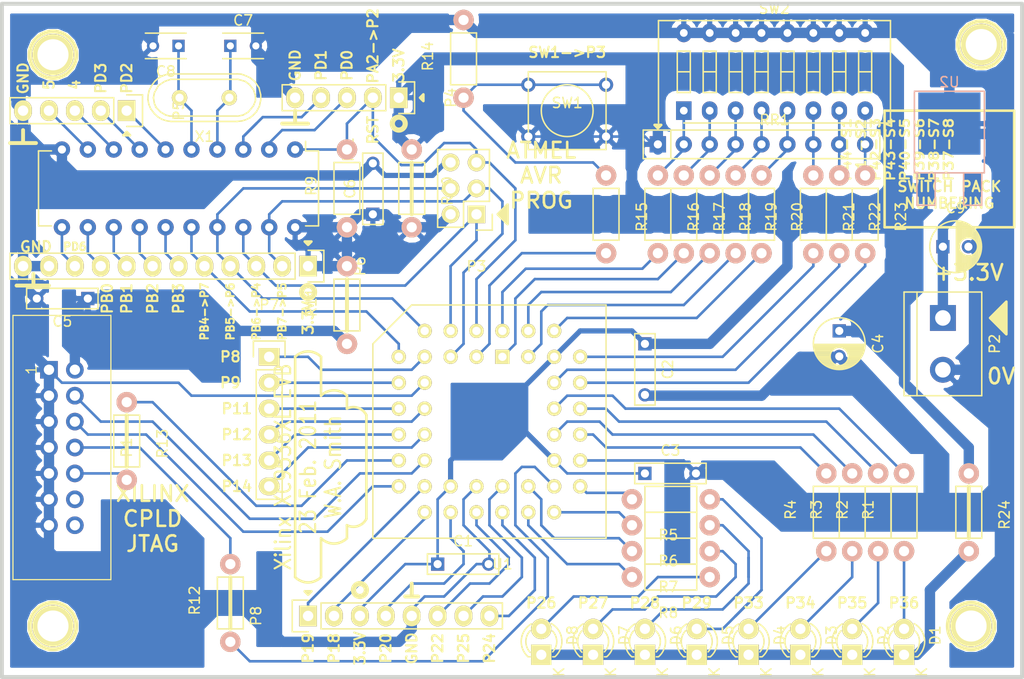
<source format=kicad_pcb>
(kicad_pcb (version 4) (host pcbnew 4.0.4+dfsg1-stable)
  (title_block (date "25 aug 2011"))
  (layers (0 Front signal) (31 Back signal) (34 B.Paste user) (35 F.Paste user) (36 B.SilkS user) (37 F.SilkS user) (38 B.Mask user) (39 F.Mask user) (44 Edge.Cuts user))
  (net 0 "")
  (net 1 /3V3P)
  (net 2 /L1)
  (net 3 /L2)
  (net 4 /L3)
  (net 5 /L4)
  (net 6 /L5)
  (net 7 /L6)
  (net 8 /L7)
  (net 9 /L8)
  (net 10 /MISO)
  (net 11 /MOSI)
  (net 12 /O1)
  (net 13 /O2)
  (net 14 /O3)
  (net 15 /O4)
  (net 16 /O5)
  (net 17 /O6)
  (net 18 /PD6)
  (net 19 /RESET)
  (net 20 /S1)
  (net 21 /S2)
  (net 22 /S3)
  (net 23 /S4)
  (net 24 /S5)
  (net 25 /S6)
  (net 26 /S7)
  (net 27 /S8)
  (net 28 /SCK)
  (net 29 /TCK)
  (net 30 /TDI)
  (net 31 /TDO)
  (net 32 /TMS)
  (net 33 GND)
  (net 34 "Net-(C5-Pad1)")
  (net 35 "Net-(C7-Pad1)")
  (net 36 "Net-(C8-Pad1)")
  (net 37 "Net-(D1-Pad1)")
  (net 38 "Net-(D1-Pad2)")
  (net 39 "Net-(D2-Pad2)")
  (net 40 "Net-(D3-Pad2)")
  (net 41 "Net-(D4-Pad2)")
  (net 42 "Net-(D5-Pad2)")
  (net 43 "Net-(D6-Pad2)")
  (net 44 "Net-(D7-Pad2)")
  (net 45 "Net-(D8-Pad2)")
  (net 46 "Net-(IC1-Pad2)")
  (net 47 "Net-(IC1-Pad3)")
  (net 48 "Net-(IC1-Pad6)")
  (net 49 "Net-(IC1-Pad7)")
  (net 50 "Net-(IC1-Pad8)")
  (net 51 "Net-(IC1-Pad9)")
  (net 52 "Net-(IC1-Pad12)")
  (net 53 "Net-(IC1-Pad13)")
  (net 54 "Net-(IC1-Pad14)")
  (net 55 "Net-(IC1-Pad15)")
  (net 56 "Net-(IC1-Pad16)")
  (net 57 "Net-(P1-Pad8)")
  (net 58 "Net-(P1-Pad10)")
  (net 59 "Net-(P7-Pad1)")
  (net 60 "Net-(P7-Pad2)")
  (net 61 "Net-(P7-Pad3)")
  (net 62 "Net-(P7-Pad4)")
  (net 63 "Net-(P7-Pad5)")
  (net 64 "Net-(P7-Pad6)")
  (net 65 "Net-(R14-Pad1)")
  (net 66 "Net-(R15-Pad2)")
  (net 67 "Net-(R16-Pad1)")
  (net 68 "Net-(R17-Pad1)")
  (net 69 "Net-(R18-Pad1)")
  (net 70 "Net-(R19-Pad1)")
  (net 71 "Net-(R20-Pad1)")
  (net 72 "Net-(R21-Pad1)")
  (net 73 "Net-(R22-Pad1)")
  (net 74 "Net-(R23-Pad1)")
  (net 75 +3V3)
  (net 76 VCC)
  (module 1pin (layer Front) (at 145.9992 24.00046)
    (fp_text reference 1PIN hide)
    (fp_text value P*** hide)
    (pad 1 thru_hole circle (at 0 0) (size 4.064 4.064) (drill 3.048) (layers *.Cu *.Mask F.SilkS))
  )
  (module 1pin (layer Front) (at 145.00098 81.0006)
    (fp_text reference 1PIN hide)
    (fp_text value P*** hide)
    (pad 1 thru_hole circle (at 0 0) (size 4.064 4.064) (drill 3.048) (layers *.Cu *.Mask F.SilkS))
  )
  (module 1pin (layer Front) (at 55.00116 81.0006)
    (fp_text reference 1PIN hide)
    (fp_text value P*** hide)
    (pad 1 thru_hole circle (at 0 0) (size 4.064 4.064) (drill 3.048) (layers *.Cu *.Mask F.SilkS))
  )
  (module 1pin (layer Front) (at 55.00116 25.00122)
    (fp_text reference 1PIN hide)
    (fp_text value P*** hide)
    (pad 1 thru_hole circle (at 0 0) (size 4.064 4.064) (drill 3.048) (layers *.Cu *.Mask F.SilkS))
  )
  (module LEDs:LED-3MM (layer Front) (at 102.87 83.82 90)
    (fp_text reference D8 (at 1.91 3.06 90) (layer F.SilkS))
    (fp_text value LED)
    (fp_text user K (at -1.69 1.74 90) (layer F.SilkS))
    (pad 1 thru_hole rect (at 0 0 180) (size 2 2) (drill 1.00076) (layers *.Cu *.Mask F.SilkS) (net 37 "Net-(D1-Pad1)"))
    (pad 2 thru_hole circle (at 2.54 0 90) (size 2 2) (drill 1.00076) (layers *.Cu *.Mask F.SilkS) (net 45 "Net-(D8-Pad2)"))
  )
  (module Crystals:Crystal_HC49-U_Vertical (layer Front) (at 69.85 29.21 180)
    (fp_text reference X1 (at 0 -3.81 180) (layer F.SilkS))
    (fp_text value XTAL)
    (pad 1 thru_hole circle (at -2.44094 0 180) (size 1.50114 1.50114) (drill 0.8001) (layers *.Cu *.Mask F.SilkS) (net 35 "Net-(C7-Pad1)"))
    (pad 2 thru_hole circle (at 2.44094 0 180) (size 1.50114 1.50114) (drill 0.8001) (layers *.Cu *.Mask F.SilkS) (net 36 "Net-(C8-Pad1)"))
  )
  (module Sockets:PLCC44 (layer Front) (at 97.79 60.96 270)
    (fp_text reference U1 (at 13.97 -1.27 360) (layer F.SilkS))
    (fp_text value XC9536XLPC44)
    (pad 1 thru_hole rect (at -6.35 -1.27 270) (size 1.397 1.397) (drill 0.8128) (layers *.Cu *.Mask F.SilkS) (net 21 /S2))
    (pad 2 thru_hole circle (at -8.89 1.27 270) (size 1.397 1.397) (drill 0.8128) (layers *.Cu *.Mask F.SilkS) (net 19 /RESET))
    (pad 3 thru_hole circle (at -6.35 1.27 270) (size 1.397 1.397) (drill 0.8128) (layers *.Cu *.Mask F.SilkS) (net 66 "Net-(R15-Pad2)"))
    (pad 4 thru_hole circle (at -8.89 3.81 270) (size 1.397 1.397) (drill 0.8128) (layers *.Cu *.Mask F.SilkS) (net 10 /MISO))
    (pad 5 thru_hole circle (at -6.35 3.81 270) (size 1.397 1.397) (drill 0.8128) (layers *.Cu *.Mask F.SilkS) (net 28 /SCK))
    (pad 6 thru_hole circle (at -8.89 6.35 270) (size 1.397 1.397) (drill 0.8128) (layers *.Cu *.Mask F.SilkS) (net 11 /MOSI))
    (pad 7 thru_hole circle (at -6.35 8.89 270) (size 1.397 1.397) (drill 0.8128) (layers *.Cu *.Mask F.SilkS) (net 56 "Net-(IC1-Pad16)"))
    (pad 8 thru_hole circle (at -6.35 6.35 270) (size 1.397 1.397) (drill 0.8128) (layers *.Cu *.Mask F.SilkS) (net 59 "Net-(P7-Pad1)"))
    (pad 9 thru_hole circle (at -3.81 8.89 270) (size 1.397 1.397) (drill 0.8128) (layers *.Cu *.Mask F.SilkS) (net 60 "Net-(P7-Pad2)"))
    (pad 10 thru_hole circle (at -3.81 6.35 270) (size 1.397 1.397) (drill 0.8128) (layers *.Cu *.Mask F.SilkS) (net 33 GND))
    (pad 11 thru_hole circle (at -1.27 8.89 270) (size 1.397 1.397) (drill 0.8128) (layers *.Cu *.Mask F.SilkS) (net 61 "Net-(P7-Pad3)"))
    (pad 12 thru_hole circle (at -1.27 6.35 270) (size 1.397 1.397) (drill 0.8128) (layers *.Cu *.Mask F.SilkS) (net 62 "Net-(P7-Pad4)"))
    (pad 13 thru_hole circle (at 1.27 8.89 270) (size 1.397 1.397) (drill 0.8128) (layers *.Cu *.Mask F.SilkS) (net 63 "Net-(P7-Pad5)"))
    (pad 14 thru_hole circle (at 1.27 6.35 270) (size 1.397 1.397) (drill 0.8128) (layers *.Cu *.Mask F.SilkS) (net 64 "Net-(P7-Pad6)"))
    (pad 15 thru_hole circle (at 3.81 8.89 270) (size 1.397 1.397) (drill 0.8128) (layers *.Cu *.Mask F.SilkS) (net 30 /TDI))
    (pad 16 thru_hole circle (at 3.81 6.35 270) (size 1.397 1.397) (drill 0.8128) (layers *.Cu *.Mask F.SilkS) (net 32 /TMS))
    (pad 17 thru_hole circle (at 6.35 8.89 270) (size 1.397 1.397) (drill 0.8128) (layers *.Cu *.Mask F.SilkS) (net 29 /TCK))
    (pad 18 thru_hole circle (at 8.89 6.35 270) (size 1.397 1.397) (drill 0.8128) (layers *.Cu *.Mask F.SilkS) (net 13 /O2))
    (pad 19 thru_hole circle (at 6.35 6.35 270) (size 1.397 1.397) (drill 0.8128) (layers *.Cu *.Mask F.SilkS) (net 12 /O1))
    (pad 20 thru_hole circle (at 8.89 3.81 270) (size 1.397 1.397) (drill 0.8128) (layers *.Cu *.Mask F.SilkS) (net 14 /O3))
    (pad 21 thru_hole circle (at 6.35 3.81 270) (size 1.397 1.397) (drill 0.8128) (layers *.Cu *.Mask F.SilkS) (net 75 +3V3))
    (pad 22 thru_hole circle (at 8.89 1.27 270) (size 1.397 1.397) (drill 0.8128) (layers *.Cu *.Mask F.SilkS) (net 15 /O4))
    (pad 23 thru_hole circle (at 6.35 1.27 270) (size 1.397 1.397) (drill 0.8128) (layers *.Cu *.Mask F.SilkS) (net 33 GND))
    (pad 24 thru_hole circle (at 8.89 -1.27 270) (size 1.397 1.397) (drill 0.8128) (layers *.Cu *.Mask F.SilkS) (net 17 /O6))
    (pad 25 thru_hole circle (at 6.35 -1.27 270) (size 1.397 1.397) (drill 0.8128) (layers *.Cu *.Mask F.SilkS) (net 16 /O5))
    (pad 26 thru_hole circle (at 8.89 -3.81 270) (size 1.397 1.397) (drill 0.8128) (layers *.Cu *.Mask F.SilkS) (net 9 /L8))
    (pad 27 thru_hole circle (at 6.35 -3.81 270) (size 1.397 1.397) (drill 0.8128) (layers *.Cu *.Mask F.SilkS) (net 8 /L7))
    (pad 28 thru_hole circle (at 8.89 -6.35 270) (size 1.397 1.397) (drill 0.8128) (layers *.Cu *.Mask F.SilkS) (net 7 /L6))
    (pad 29 thru_hole circle (at 6.35 -8.89 270) (size 1.397 1.397) (drill 0.8128) (layers *.Cu *.Mask F.SilkS) (net 6 /L5))
    (pad 30 thru_hole circle (at 6.35 -6.35 270) (size 1.397 1.397) (drill 0.8128) (layers *.Cu *.Mask F.SilkS) (net 31 /TDO))
    (pad 31 thru_hole circle (at 3.81 -8.89 270) (size 1.397 1.397) (drill 0.8128) (layers *.Cu *.Mask F.SilkS) (net 33 GND))
    (pad 32 thru_hole circle (at 3.81 -6.35 270) (size 1.397 1.397) (drill 0.8128) (layers *.Cu *.Mask F.SilkS) (net 75 +3V3))
    (pad 33 thru_hole circle (at 1.27 -8.89 270) (size 1.397 1.397) (drill 0.8128) (layers *.Cu *.Mask F.SilkS) (net 5 /L4))
    (pad 34 thru_hole circle (at 1.27 -6.35 270) (size 1.397 1.397) (drill 0.8128) (layers *.Cu *.Mask F.SilkS) (net 4 /L3))
    (pad 35 thru_hole circle (at -1.27 -8.89 270) (size 1.397 1.397) (drill 0.8128) (layers *.Cu *.Mask F.SilkS) (net 3 /L2))
    (pad 36 thru_hole circle (at -1.27 -6.35 270) (size 1.397 1.397) (drill 0.8128) (layers *.Cu *.Mask F.SilkS) (net 2 /L1))
    (pad 37 thru_hole circle (at -3.81 -8.89 270) (size 1.397 1.397) (drill 0.8128) (layers *.Cu *.Mask F.SilkS) (net 27 /S8))
    (pad 38 thru_hole circle (at -3.81 -6.35 270) (size 1.397 1.397) (drill 0.8128) (layers *.Cu *.Mask F.SilkS) (net 26 /S7))
    (pad 39 thru_hole circle (at -6.35 -8.89 270) (size 1.397 1.397) (drill 0.8128) (layers *.Cu *.Mask F.SilkS) (net 25 /S6))
    (pad 40 thru_hole circle (at -8.89 -6.35 270) (size 1.397 1.397) (drill 0.8128) (layers *.Cu *.Mask F.SilkS) (net 24 /S5))
    (pad 41 thru_hole circle (at -6.35 -6.35 270) (size 1.397 1.397) (drill 0.8128) (layers *.Cu *.Mask F.SilkS) (net 75 +3V3))
    (pad 42 thru_hole circle (at -8.89 -3.81 270) (size 1.397 1.397) (drill 0.8128) (layers *.Cu *.Mask F.SilkS) (net 22 /S3))
    (pad 43 thru_hole circle (at -6.35 -3.81 270) (size 1.397 1.397) (drill 0.8128) (layers *.Cu *.Mask F.SilkS) (net 23 /S4))
    (pad 44 thru_hole circle (at -8.89 -1.27 270) (size 1.397 1.397) (drill 0.8128) (layers *.Cu *.Mask F.SilkS) (net 20 /S1))
  )
  (module LEDs:LED-3MM (layer Front) (at 138.43 83.82 90)
    (fp_text reference D1 (at 1.91 3.06 90) (layer F.SilkS))
    (fp_text value LED)
    (fp_text user K (at -1.69 1.74 90) (layer F.SilkS))
    (pad 1 thru_hole rect (at 0 0 180) (size 2 2) (drill 1.00076) (layers *.Cu *.Mask F.SilkS) (net 37 "Net-(D1-Pad1)"))
    (pad 2 thru_hole circle (at 2.54 0 90) (size 2 2) (drill 1.00076) (layers *.Cu *.Mask F.SilkS) (net 38 "Net-(D1-Pad2)"))
  )
  (module LEDs:LED-3MM (layer Front) (at 133.35 83.82 90)
    (fp_text reference D2 (at 1.91 3.06 90) (layer F.SilkS))
    (fp_text value LED)
    (fp_text user K (at -1.69 1.74 90) (layer F.SilkS))
    (pad 1 thru_hole rect (at 0 0 180) (size 2 2) (drill 1.00076) (layers *.Cu *.Mask F.SilkS) (net 37 "Net-(D1-Pad1)"))
    (pad 2 thru_hole circle (at 2.54 0 90) (size 2 2) (drill 1.00076) (layers *.Cu *.Mask F.SilkS) (net 39 "Net-(D2-Pad2)"))
  )
  (module LEDs:LED-3MM (layer Front) (at 128.27 83.82 90)
    (fp_text reference D3 (at 1.91 3.06 90) (layer F.SilkS))
    (fp_text value LED)
    (fp_text user K (at -1.69 1.74 90) (layer F.SilkS))
    (pad 1 thru_hole rect (at 0 0 180) (size 2 2) (drill 1.00076) (layers *.Cu *.Mask F.SilkS) (net 37 "Net-(D1-Pad1)"))
    (pad 2 thru_hole circle (at 2.54 0 90) (size 2 2) (drill 1.00076) (layers *.Cu *.Mask F.SilkS) (net 40 "Net-(D3-Pad2)"))
  )
  (module LEDs:LED-3MM (layer Front) (at 123.19 83.82 90)
    (fp_text reference D4 (at 1.91 3.06 90) (layer F.SilkS))
    (fp_text value LED)
    (fp_text user K (at -1.69 1.74 90) (layer F.SilkS))
    (pad 1 thru_hole rect (at 0 0 180) (size 2 2) (drill 1.00076) (layers *.Cu *.Mask F.SilkS) (net 37 "Net-(D1-Pad1)"))
    (pad 2 thru_hole circle (at 2.54 0 90) (size 2 2) (drill 1.00076) (layers *.Cu *.Mask F.SilkS) (net 41 "Net-(D4-Pad2)"))
  )
  (module LEDs:LED-3MM (layer Front) (at 118.11 83.82 90)
    (fp_text reference D5 (at 1.91 3.06 90) (layer F.SilkS))
    (fp_text value LED)
    (fp_text user K (at -1.69 1.74 90) (layer F.SilkS))
    (pad 1 thru_hole rect (at 0 0 180) (size 2 2) (drill 1.00076) (layers *.Cu *.Mask F.SilkS) (net 37 "Net-(D1-Pad1)"))
    (pad 2 thru_hole circle (at 2.54 0 90) (size 2 2) (drill 1.00076) (layers *.Cu *.Mask F.SilkS) (net 42 "Net-(D5-Pad2)"))
  )
  (module LEDs:LED-3MM (layer Front) (at 113.03 83.82 90)
    (fp_text reference D6 (at 1.91 3.06 90) (layer F.SilkS))
    (fp_text value LED)
    (fp_text user K (at -1.69 1.74 90) (layer F.SilkS))
    (pad 1 thru_hole rect (at 0 0 180) (size 2 2) (drill 1.00076) (layers *.Cu *.Mask F.SilkS) (net 37 "Net-(D1-Pad1)"))
    (pad 2 thru_hole circle (at 2.54 0 90) (size 2 2) (drill 1.00076) (layers *.Cu *.Mask F.SilkS) (net 43 "Net-(D6-Pad2)"))
  )
  (module LEDs:LED-3MM (layer Front) (at 107.95 83.82 90)
    (fp_text reference D7 (at 1.91 3.06 90) (layer F.SilkS))
    (fp_text value LED)
    (fp_text user K (at -1.69 1.74 90) (layer F.SilkS))
    (pad 1 thru_hole rect (at 0 0 180) (size 2 2) (drill 1.00076) (layers *.Cu *.Mask F.SilkS) (net 37 "Net-(D1-Pad1)"))
    (pad 2 thru_hole circle (at 2.54 0 90) (size 2 2) (drill 1.00076) (layers *.Cu *.Mask F.SilkS) (net 44 "Net-(D7-Pad2)"))
  )
  (module Pin_Headers:Pin_Header_Straight_2x03 (layer Front) (at 96.52 40.64 180)
    (fp_text reference P3 (at 0 -5.1 180) (layer F.SilkS))
    (fp_text value CONN_3X2)
    (pad 1 thru_hole rect (at 0 0 180) (size 1.7272 1.7272) (drill 1.016) (layers *.Cu *.Mask F.SilkS) (net 10 /MISO))
    (pad 2 thru_hole oval (at 2.54 0 180) (size 1.7272 1.7272) (drill 1.016) (layers *.Cu *.Mask F.SilkS) (net 1 /3V3P))
    (pad 3 thru_hole oval (at 0 2.54 180) (size 1.7272 1.7272) (drill 1.016) (layers *.Cu *.Mask F.SilkS) (net 28 /SCK))
    (pad 4 thru_hole oval (at 2.54 2.54 180) (size 1.7272 1.7272) (drill 1.016) (layers *.Cu *.Mask F.SilkS) (net 11 /MOSI))
    (pad 5 thru_hole oval (at 0 5.08 180) (size 1.7272 1.7272) (drill 1.016) (layers *.Cu *.Mask F.SilkS) (net 19 /RESET))
    (pad 6 thru_hole oval (at 2.54 5.08 180) (size 1.7272 1.7272) (drill 1.016) (layers *.Cu *.Mask F.SilkS) (net 33 GND))
  )
  (module Pin_Headers:Pin_Header_Straight_1x05 (layer Front) (at 88.9 29.21 270)
    (fp_text reference P4 (at 0 -5.1 270) (layer F.SilkS))
    (fp_text value CONN_5)
    (pad 1 thru_hole rect (at 0 0 270) (size 2.032 1.7272) (drill 1.016) (layers *.Cu *.Mask F.SilkS) (net 75 +3V3))
    (pad 2 thru_hole oval (at 0 2.54 270) (size 2.032 1.7272) (drill 1.016) (layers *.Cu *.Mask F.SilkS) (net 19 /RESET))
    (pad 3 thru_hole oval (at 0 5.08 270) (size 2.032 1.7272) (drill 1.016) (layers *.Cu *.Mask F.SilkS) (net 46 "Net-(IC1-Pad2)"))
    (pad 4 thru_hole oval (at 0 7.62 270) (size 2.032 1.7272) (drill 1.016) (layers *.Cu *.Mask F.SilkS) (net 47 "Net-(IC1-Pad3)"))
    (pad 5 thru_hole oval (at 0 10.16 270) (size 2.032 1.7272) (drill 1.016) (layers *.Cu *.Mask F.SilkS) (net 33 GND))
  )
  (module Pin_Headers:Pin_Header_Straight_1x05 (layer Front) (at 62.23 30.48 270)
    (fp_text reference P5 (at 0 -5.1 270) (layer F.SilkS))
    (fp_text value CONN_5)
    (pad 1 thru_hole rect (at 0 0 270) (size 2.032 1.7272) (drill 1.016) (layers *.Cu *.Mask F.SilkS) (net 48 "Net-(IC1-Pad6)"))
    (pad 2 thru_hole oval (at 0 2.54 270) (size 2.032 1.7272) (drill 1.016) (layers *.Cu *.Mask F.SilkS) (net 49 "Net-(IC1-Pad7)"))
    (pad 3 thru_hole oval (at 0 5.08 270) (size 2.032 1.7272) (drill 1.016) (layers *.Cu *.Mask F.SilkS) (net 50 "Net-(IC1-Pad8)"))
    (pad 4 thru_hole oval (at 0 7.62 270) (size 2.032 1.7272) (drill 1.016) (layers *.Cu *.Mask F.SilkS) (net 51 "Net-(IC1-Pad9)"))
    (pad 5 thru_hole oval (at 0 10.16 270) (size 2.032 1.7272) (drill 1.016) (layers *.Cu *.Mask F.SilkS) (net 33 GND))
  )
  (module Pin_Headers:Pin_Header_Straight_1x12 (layer Front) (at 80.01 45.72 270)
    (fp_text reference P6 (at 0 -5.1 270) (layer F.SilkS))
    (fp_text value CONN_12)
    (pad 1 thru_hole rect (at 0 0 270) (size 2.032 1.7272) (drill 1.016) (layers *.Cu *.Mask F.SilkS) (net 1 /3V3P))
    (pad 2 thru_hole oval (at 0 2.54 270) (size 2.032 1.7272) (drill 1.016) (layers *.Cu *.Mask F.SilkS) (net 28 /SCK))
    (pad 3 thru_hole oval (at 0 5.08 270) (size 2.032 1.7272) (drill 1.016) (layers *.Cu *.Mask F.SilkS) (net 10 /MISO))
    (pad 4 thru_hole oval (at 0 7.62 270) (size 2.032 1.7272) (drill 1.016) (layers *.Cu *.Mask F.SilkS) (net 11 /MOSI))
    (pad 5 thru_hole oval (at 0 10.16 270) (size 2.032 1.7272) (drill 1.016) (layers *.Cu *.Mask F.SilkS) (net 56 "Net-(IC1-Pad16)"))
    (pad 6 thru_hole oval (at 0 12.7 270) (size 2.032 1.7272) (drill 1.016) (layers *.Cu *.Mask F.SilkS) (net 55 "Net-(IC1-Pad15)"))
    (pad 7 thru_hole oval (at 0 15.24 270) (size 2.032 1.7272) (drill 1.016) (layers *.Cu *.Mask F.SilkS) (net 54 "Net-(IC1-Pad14)"))
    (pad 8 thru_hole oval (at 0 17.78 270) (size 2.032 1.7272) (drill 1.016) (layers *.Cu *.Mask F.SilkS) (net 53 "Net-(IC1-Pad13)"))
    (pad 9 thru_hole oval (at 0 20.32 270) (size 2.032 1.7272) (drill 1.016) (layers *.Cu *.Mask F.SilkS) (net 52 "Net-(IC1-Pad12)"))
    (pad 10 thru_hole oval (at 0 22.86 270) (size 2.032 1.7272) (drill 1.016) (layers *.Cu *.Mask F.SilkS) (net 18 /PD6))
    (pad 11 thru_hole oval (at 0 25.4 270) (size 2.032 1.7272) (drill 1.016) (layers *.Cu *.Mask F.SilkS) (net 33 GND))
    (pad 12 thru_hole oval (at 0 27.94 270) (size 2.032 1.7272) (drill 1.016) (layers *.Cu *.Mask F.SilkS) (net 33 GND))
  )
  (module Pin_Headers:Pin_Header_Straight_1x06 (layer Front) (at 76.2 54.61)
    (fp_text reference P7 (at 0 -5.1) (layer F.SilkS))
    (fp_text value CONN_6)
    (pad 1 thru_hole rect (at 0 0) (size 2.032 1.7272) (drill 1.016) (layers *.Cu *.Mask F.SilkS) (net 59 "Net-(P7-Pad1)"))
    (pad 2 thru_hole oval (at 0 2.54) (size 2.032 1.7272) (drill 1.016) (layers *.Cu *.Mask F.SilkS) (net 60 "Net-(P7-Pad2)"))
    (pad 3 thru_hole oval (at 0 5.08) (size 2.032 1.7272) (drill 1.016) (layers *.Cu *.Mask F.SilkS) (net 61 "Net-(P7-Pad3)"))
    (pad 4 thru_hole oval (at 0 7.62) (size 2.032 1.7272) (drill 1.016) (layers *.Cu *.Mask F.SilkS) (net 62 "Net-(P7-Pad4)"))
    (pad 5 thru_hole oval (at 0 10.16) (size 2.032 1.7272) (drill 1.016) (layers *.Cu *.Mask F.SilkS) (net 63 "Net-(P7-Pad5)"))
    (pad 6 thru_hole oval (at 0 12.7) (size 2.032 1.7272) (drill 1.016) (layers *.Cu *.Mask F.SilkS) (net 64 "Net-(P7-Pad6)"))
  )
  (module Pin_Headers:Pin_Header_Straight_1x08 (layer Front) (at 80.01 80.01 90)
    (fp_text reference P8 (at 0 -5.1 90) (layer F.SilkS))
    (fp_text value CONN_8)
    (pad 1 thru_hole rect (at 0 0 90) (size 2.032 1.7272) (drill 1.016) (layers *.Cu *.Mask F.SilkS) (net 12 /O1))
    (pad 2 thru_hole oval (at 0 2.54 90) (size 2.032 1.7272) (drill 1.016) (layers *.Cu *.Mask F.SilkS) (net 13 /O2))
    (pad 3 thru_hole oval (at 0 5.08 90) (size 2.032 1.7272) (drill 1.016) (layers *.Cu *.Mask F.SilkS) (net 75 +3V3))
    (pad 4 thru_hole oval (at 0 7.62 90) (size 2.032 1.7272) (drill 1.016) (layers *.Cu *.Mask F.SilkS) (net 14 /O3))
    (pad 5 thru_hole oval (at 0 10.16 90) (size 2.032 1.7272) (drill 1.016) (layers *.Cu *.Mask F.SilkS) (net 33 GND))
    (pad 6 thru_hole oval (at 0 12.7 90) (size 2.032 1.7272) (drill 1.016) (layers *.Cu *.Mask F.SilkS) (net 15 /O4))
    (pad 7 thru_hole oval (at 0 15.24 90) (size 2.032 1.7272) (drill 1.016) (layers *.Cu *.Mask F.SilkS) (net 16 /O5))
    (pad 8 thru_hole oval (at 0 17.78 90) (size 2.032 1.7272) (drill 1.016) (layers *.Cu *.Mask F.SilkS) (net 17 /O6))
  )
  (module TO_SOT_Packages_SMD:TO-252-2Lead (layer Back) (at 142.875 38.1 180)
    (fp_text reference U2 (at 0 10.414 180) (layer B.SilkS) (effects (justify mirror)))
    (fp_text value SPX2920T-3.3)
    (pad 1 smd rect (at -2.286 0 180) (size 1.651 3.048) (layers Back B.Paste B.Mask) (net 76 VCC) (clearance 1))
    (pad 2 smd rect (at 0 6.35 180) (size 6.096 6.096) (layers Back B.Paste B.Mask) (net 33 GND) (clearance 1))
    (pad 3 smd rect (at 2.286 0 180) (size 1.651 3.048) (layers Back B.Paste B.Mask) (net 75 +3V3))
  )
  (module Capacitors_THT:C_Rect_L7_W2_P5 (layer Front) (at 92.71 74.93)
    (fp_text reference C1 (at 2.5 -2.25) (layer F.SilkS))
    (fp_text value 100n)
    (pad 1 thru_hole rect (at 0 0) (size 1.3 1.3) (drill 0.8) (layers *.Cu *.Mask) (net 75 +3V3))
    (pad 2 thru_hole circle (at 5 0) (size 1.3 1.3) (drill 0.8) (layers *.Cu *.Mask) (net 33 GND))
  )
  (module Capacitors_THT:C_Rect_L7_W2_P5 (layer Front) (at 113.03 53.34 270)
    (fp_text reference C2 (at 2.5 -2.25 270) (layer F.SilkS))
    (fp_text value 100n)
    (pad 1 thru_hole rect (at 0 0 270) (size 1.3 1.3) (drill 0.8) (layers *.Cu *.Mask) (net 75 +3V3))
    (pad 2 thru_hole circle (at 5 0 270) (size 1.3 1.3) (drill 0.8) (layers *.Cu *.Mask) (net 33 GND))
  )
  (module Capacitors_THT:C_Rect_L7_W2_P5 (layer Front) (at 113.03 66.04)
    (fp_text reference C3 (at 2.5 -2.25) (layer F.SilkS))
    (fp_text value 100n)
    (pad 1 thru_hole rect (at 0 0) (size 1.3 1.3) (drill 0.8) (layers *.Cu *.Mask) (net 75 +3V3))
    (pad 2 thru_hole circle (at 5 0) (size 1.3 1.3) (drill 0.8) (layers *.Cu *.Mask) (net 33 GND))
  )
  (module Capacitors_THT:C_Radial_D5_L6_P2.5 (layer Front) (at 132.08 52.07 270)
    (fp_text reference C4 (at 1.25 -3.8 270) (layer F.SilkS))
    (fp_text value 10uF)
    (pad 1 thru_hole rect (at 0 0 270) (size 1.3 1.3) (drill 0.8) (layers *.Cu *.Mask) (net 75 +3V3))
    (pad 2 thru_hole circle (at 2.5 0 270) (size 1.3 1.3) (drill 0.8) (layers *.Cu *.Mask) (net 33 GND))
  )
  (module Capacitors_THT:C_Rect_L7_W2_P5 (layer Front) (at 58.42 48.895 180)
    (fp_text reference C5 (at 2.5 -2.25 180) (layer F.SilkS))
    (fp_text value 100n)
    (pad 1 thru_hole rect (at 0 0 180) (size 1.3 1.3) (drill 0.8) (layers *.Cu *.Mask) (net 34 "Net-(C5-Pad1)"))
    (pad 2 thru_hole circle (at 5 0 180) (size 1.3 1.3) (drill 0.8) (layers *.Cu *.Mask) (net 33 GND))
  )
  (module Capacitors_THT:C_Rect_L7_W2_P5 (layer Front) (at 86.36 40.64 90)
    (fp_text reference C6 (at 2.5 -2.25 90) (layer F.SilkS))
    (fp_text value 100n)
    (pad 1 thru_hole rect (at 0 0 90) (size 1.3 1.3) (drill 0.8) (layers *.Cu *.Mask) (net 1 /3V3P))
    (pad 2 thru_hole circle (at 5 0 90) (size 1.3 1.3) (drill 0.8) (layers *.Cu *.Mask) (net 33 GND))
  )
  (module Capacitors_THT:C_Rect_L4_W2.5_P2.5 (layer Front) (at 72.39 24.13)
    (fp_text reference C7 (at 1.25 -2.5) (layer F.SilkS))
    (fp_text value 22p)
    (pad 1 thru_hole rect (at 0 0) (size 1.2 1.2) (drill 0.7) (layers *.Cu *.Mask) (net 35 "Net-(C7-Pad1)"))
    (pad 2 thru_hole circle (at 2.5 0) (size 1.2 1.2) (drill 0.7) (layers *.Cu *.Mask) (net 33 GND))
  )
  (module Capacitors_THT:C_Rect_L4_W2.5_P2.5 (layer Front) (at 67.31 24.13 180)
    (fp_text reference C8 (at 1.25 -2.5 180) (layer F.SilkS))
    (fp_text value 22p)
    (pad 1 thru_hole rect (at 0 0 180) (size 1.2 1.2) (drill 0.7) (layers *.Cu *.Mask) (net 36 "Net-(C8-Pad1)"))
    (pad 2 thru_hole circle (at 2.5 0 180) (size 1.2 1.2) (drill 0.7) (layers *.Cu *.Mask) (net 33 GND))
  )
  (module Capacitors_THT:C_Radial_D5_L6_P2.5 (layer Front) (at 142.24 43.815)
    (fp_text reference C9 (at 1.25 -3.8) (layer F.SilkS))
    (fp_text value 10uF)
    (pad 1 thru_hole rect (at 0 0) (size 1.3 1.3) (drill 0.8) (layers *.Cu *.Mask) (net 76 VCC))
    (pad 2 thru_hole circle (at 2.5 0) (size 1.3 1.3) (drill 0.8) (layers *.Cu *.Mask) (net 33 GND))
  )
  (module Housings_DIP:DIP-20_W7.62mm (layer Front) (at 78.74 34.29 270)
    (fp_text reference IC1 (at 0 -5.22 270) (layer F.SilkS))
    (fp_text value ATTINY2313-P)
    (pad 1 thru_hole oval (at 0 0 270) (size 1.6 1.6) (drill 0.8) (layers *.Cu *.Mask) (net 19 /RESET))
    (pad 2 thru_hole oval (at 0 2.54 270) (size 1.6 1.6) (drill 0.8) (layers *.Cu *.Mask) (net 46 "Net-(IC1-Pad2)"))
    (pad 3 thru_hole oval (at 0 5.08 270) (size 1.6 1.6) (drill 0.8) (layers *.Cu *.Mask) (net 47 "Net-(IC1-Pad3)"))
    (pad 4 thru_hole oval (at 0 7.62 270) (size 1.6 1.6) (drill 0.8) (layers *.Cu *.Mask) (net 35 "Net-(C7-Pad1)"))
    (pad 5 thru_hole oval (at 0 10.16 270) (size 1.6 1.6) (drill 0.8) (layers *.Cu *.Mask) (net 36 "Net-(C8-Pad1)"))
    (pad 6 thru_hole oval (at 0 12.7 270) (size 1.6 1.6) (drill 0.8) (layers *.Cu *.Mask) (net 48 "Net-(IC1-Pad6)"))
    (pad 7 thru_hole oval (at 0 15.24 270) (size 1.6 1.6) (drill 0.8) (layers *.Cu *.Mask) (net 49 "Net-(IC1-Pad7)"))
    (pad 8 thru_hole oval (at 0 17.78 270) (size 1.6 1.6) (drill 0.8) (layers *.Cu *.Mask) (net 50 "Net-(IC1-Pad8)"))
    (pad 9 thru_hole oval (at 0 20.32 270) (size 1.6 1.6) (drill 0.8) (layers *.Cu *.Mask) (net 51 "Net-(IC1-Pad9)"))
    (pad 10 thru_hole oval (at 0 22.86 270) (size 1.6 1.6) (drill 0.8) (layers *.Cu *.Mask) (net 33 GND))
    (pad 11 thru_hole oval (at 7.62 22.86 270) (size 1.6 1.6) (drill 0.8) (layers *.Cu *.Mask) (net 18 /PD6))
    (pad 12 thru_hole oval (at 7.62 20.32 270) (size 1.6 1.6) (drill 0.8) (layers *.Cu *.Mask) (net 52 "Net-(IC1-Pad12)"))
    (pad 13 thru_hole oval (at 7.62 17.78 270) (size 1.6 1.6) (drill 0.8) (layers *.Cu *.Mask) (net 53 "Net-(IC1-Pad13)"))
    (pad 14 thru_hole oval (at 7.62 15.24 270) (size 1.6 1.6) (drill 0.8) (layers *.Cu *.Mask) (net 54 "Net-(IC1-Pad14)"))
    (pad 15 thru_hole oval (at 7.62 12.7 270) (size 1.6 1.6) (drill 0.8) (layers *.Cu *.Mask) (net 55 "Net-(IC1-Pad15)"))
    (pad 16 thru_hole oval (at 7.62 10.16 270) (size 1.6 1.6) (drill 0.8) (layers *.Cu *.Mask) (net 56 "Net-(IC1-Pad16)"))
    (pad 17 thru_hole oval (at 7.62 7.62 270) (size 1.6 1.6) (drill 0.8) (layers *.Cu *.Mask) (net 11 /MOSI))
    (pad 18 thru_hole oval (at 7.62 5.08 270) (size 1.6 1.6) (drill 0.8) (layers *.Cu *.Mask) (net 10 /MISO))
    (pad 19 thru_hole oval (at 7.62 2.54 270) (size 1.6 1.6) (drill 0.8) (layers *.Cu *.Mask) (net 28 /SCK))
    (pad 20 thru_hole oval (at 7.62 0 270) (size 1.6 1.6) (drill 0.8) (layers *.Cu *.Mask) (net 1 /3V3P))
  )
  (module Connectors:IDC_Header_Straight_14pins (layer Front) (at 54.61 55.88 270)
    (fp_text reference P1 (at 7.62 -7.62 270) (layer F.SilkS))
    (fp_text value CONN_7X2)
    (fp_text user 1 (at 0.02 1.72 270) (layer F.SilkS) (effects (font (thickness 0.12))))
    (pad 1 thru_hole rect (at 0 0 270) (size 1.7272 1.7272) (drill 1.016) (layers *.Cu *.Mask) (net 33 GND))
    (pad 2 thru_hole oval (at 0 -2.54 270) (size 1.7272 1.7272) (drill 1.016) (layers *.Cu *.Mask) (net 34 "Net-(C5-Pad1)"))
    (pad 3 thru_hole oval (at 2.54 0 270) (size 1.7272 1.7272) (drill 1.016) (layers *.Cu *.Mask) (net 33 GND))
    (pad 4 thru_hole oval (at 2.54 -2.54 270) (size 1.7272 1.7272) (drill 1.016) (layers *.Cu *.Mask) (net 32 /TMS))
    (pad 5 thru_hole oval (at 5.08 0 270) (size 1.7272 1.7272) (drill 1.016) (layers *.Cu *.Mask) (net 33 GND))
    (pad 6 thru_hole oval (at 5.08 -2.54 270) (size 1.7272 1.7272) (drill 1.016) (layers *.Cu *.Mask) (net 29 /TCK))
    (pad 7 thru_hole oval (at 7.62 0 270) (size 1.7272 1.7272) (drill 1.016) (layers *.Cu *.Mask) (net 33 GND))
    (pad 8 thru_hole oval (at 7.62 -2.54 270) (size 1.7272 1.7272) (drill 1.016) (layers *.Cu *.Mask) (net 57 "Net-(P1-Pad8)"))
    (pad 9 thru_hole oval (at 10.16 0 270) (size 1.7272 1.7272) (drill 1.016) (layers *.Cu *.Mask) (net 33 GND))
    (pad 10 thru_hole oval (at 10.16 -2.54 270) (size 1.7272 1.7272) (drill 1.016) (layers *.Cu *.Mask) (net 58 "Net-(P1-Pad10)"))
    (pad 11 thru_hole oval (at 12.7 0 270) (size 1.7272 1.7272) (drill 1.016) (layers *.Cu *.Mask) (net 33 GND))
    (pad 12 thru_hole oval (at 12.7 -2.54 270) (size 1.7272 1.7272) (drill 1.016) (layers *.Cu *.Mask))
    (pad 13 thru_hole oval (at 15.24 0 270) (size 1.7272 1.7272) (drill 1.016) (layers *.Cu *.Mask) (net 33 GND))
    (pad 14 thru_hole oval (at 15.24 -2.54 270) (size 1.7272 1.7272) (drill 1.016) (layers *.Cu *.Mask))
  )
  (module Connectors:bornier2 (layer Front) (at 142.24 53.34 270)
    (fp_text reference P2 (at 0 -5.08 270) (layer F.SilkS))
    (fp_text value CONN_2)
    (pad 1 thru_hole rect (at -2.54 0 270) (size 2.54 2.54) (drill 1.524) (layers *.Cu *.Mask) (net 76 VCC))
    (pad 2 thru_hole circle (at 2.54 0 270) (size 2.54 2.54) (drill 1.524) (layers *.Cu *.Mask) (net 33 GND))
  )
  (module Resistors_THT:Resistor_Horizontal_RM7mm (layer Front) (at 138.43 73.66 90)
    (fp_text reference R1 (at 4.05892 -3.50012 90) (layer F.SilkS))
    (fp_text value 330R)
    (pad 1 thru_hole circle (at 0 0 90) (size 1.99898 1.99898) (drill 1.00076) (layers *.Cu *.SilkS *.Mask) (net 38 "Net-(D1-Pad2)"))
    (pad 2 thru_hole circle (at 7.62 0 90) (size 1.99898 1.99898) (drill 1.00076) (layers *.Cu *.SilkS *.Mask) (net 2 /L1))
  )
  (module Resistors_THT:Resistor_Horizontal_RM7mm (layer Front) (at 135.89 73.66 90)
    (fp_text reference R2 (at 4.05892 -3.50012 90) (layer F.SilkS))
    (fp_text value 330R)
    (pad 1 thru_hole circle (at 0 0 90) (size 1.99898 1.99898) (drill 1.00076) (layers *.Cu *.SilkS *.Mask) (net 39 "Net-(D2-Pad2)"))
    (pad 2 thru_hole circle (at 7.62 0 90) (size 1.99898 1.99898) (drill 1.00076) (layers *.Cu *.SilkS *.Mask) (net 3 /L2))
  )
  (module Resistors_THT:Resistor_Horizontal_RM7mm (layer Front) (at 133.35 73.66 90)
    (fp_text reference R3 (at 4.05892 -3.50012 90) (layer F.SilkS))
    (fp_text value 330R)
    (pad 1 thru_hole circle (at 0 0 90) (size 1.99898 1.99898) (drill 1.00076) (layers *.Cu *.SilkS *.Mask) (net 40 "Net-(D3-Pad2)"))
    (pad 2 thru_hole circle (at 7.62 0 90) (size 1.99898 1.99898) (drill 1.00076) (layers *.Cu *.SilkS *.Mask) (net 4 /L3))
  )
  (module Resistors_THT:Resistor_Horizontal_RM7mm (layer Front) (at 130.81 73.66 90)
    (fp_text reference R4 (at 4.05892 -3.50012 90) (layer F.SilkS))
    (fp_text value 330R)
    (pad 1 thru_hole circle (at 0 0 90) (size 1.99898 1.99898) (drill 1.00076) (layers *.Cu *.SilkS *.Mask) (net 41 "Net-(D4-Pad2)"))
    (pad 2 thru_hole circle (at 7.62 0 90) (size 1.99898 1.99898) (drill 1.00076) (layers *.Cu *.SilkS *.Mask) (net 5 /L4))
  )
  (module Resistors_THT:Resistor_Horizontal_RM7mm (layer Front) (at 119.38 68.58 180)
    (fp_text reference R5 (at 4.05892 -3.50012 180) (layer F.SilkS))
    (fp_text value 330R)
    (pad 1 thru_hole circle (at 0 0 180) (size 1.99898 1.99898) (drill 1.00076) (layers *.Cu *.SilkS *.Mask) (net 42 "Net-(D5-Pad2)"))
    (pad 2 thru_hole circle (at 7.62 0 180) (size 1.99898 1.99898) (drill 1.00076) (layers *.Cu *.SilkS *.Mask) (net 6 /L5))
  )
  (module Resistors_THT:Resistor_Horizontal_RM7mm (layer Front) (at 119.38 71.12 180)
    (fp_text reference R6 (at 4.05892 -3.50012 180) (layer F.SilkS))
    (fp_text value 330R)
    (pad 1 thru_hole circle (at 0 0 180) (size 1.99898 1.99898) (drill 1.00076) (layers *.Cu *.SilkS *.Mask) (net 43 "Net-(D6-Pad2)"))
    (pad 2 thru_hole circle (at 7.62 0 180) (size 1.99898 1.99898) (drill 1.00076) (layers *.Cu *.SilkS *.Mask) (net 7 /L6))
  )
  (module Resistors_THT:Resistor_Horizontal_RM7mm (layer Front) (at 119.38 73.66 180)
    (fp_text reference R7 (at 4.05892 -3.50012 180) (layer F.SilkS))
    (fp_text value 330R)
    (pad 1 thru_hole circle (at 0 0 180) (size 1.99898 1.99898) (drill 1.00076) (layers *.Cu *.SilkS *.Mask) (net 44 "Net-(D7-Pad2)"))
    (pad 2 thru_hole circle (at 7.62 0 180) (size 1.99898 1.99898) (drill 1.00076) (layers *.Cu *.SilkS *.Mask) (net 8 /L7))
  )
  (module Resistors_THT:Resistor_Horizontal_RM7mm (layer Front) (at 119.38 76.2 180)
    (fp_text reference R8 (at 4.05892 -3.50012 180) (layer F.SilkS))
    (fp_text value 330R)
    (pad 1 thru_hole circle (at 0 0 180) (size 1.99898 1.99898) (drill 1.00076) (layers *.Cu *.SilkS *.Mask) (net 45 "Net-(D8-Pad2)"))
    (pad 2 thru_hole circle (at 7.62 0 180) (size 1.99898 1.99898) (drill 1.00076) (layers *.Cu *.SilkS *.Mask) (net 9 /L8))
  )
  (module Resistors_THT:Resistor_Horizontal_RM7mm (layer Front) (at 83.82 41.91 90)
    (fp_text reference R9 (at 4.05892 -3.50012 90) (layer F.SilkS))
    (fp_text value 10k)
    (pad 1 thru_hole circle (at 0 0 90) (size 1.99898 1.99898) (drill 1.00076) (layers *.Cu *.SilkS *.Mask) (net 1 /3V3P))
    (pad 2 thru_hole circle (at 7.62 0 90) (size 1.99898 1.99898) (drill 1.00076) (layers *.Cu *.SilkS *.Mask) (net 19 /RESET))
  )
  (module Resistors_THT:Resistor_Horizontal_RM7mm (layer Front) (at 90.17 34.29 270)
    (fp_text reference R10 (at 4.05892 -3.50012 270) (layer F.SilkS))
    (fp_text value 0R)
    (pad 1 thru_hole circle (at 0 0 270) (size 1.99898 1.99898) (drill 1.00076) (layers *.Cu *.SilkS *.Mask) (net 75 +3V3))
    (pad 2 thru_hole circle (at 7.62 0 270) (size 1.99898 1.99898) (drill 1.00076) (layers *.Cu *.SilkS *.Mask) (net 1 /3V3P))
  )
  (module Resistors_THT:Resistor_Horizontal_RM7mm (layer Front) (at 83.82 53.34 90)
    (fp_text reference R11 (at 4.05892 -3.50012 90) (layer F.SilkS))
    (fp_text value 0R)
    (pad 1 thru_hole circle (at 0 0 90) (size 1.99898 1.99898) (drill 1.00076) (layers *.Cu *.SilkS *.Mask) (net 34 "Net-(C5-Pad1)"))
    (pad 2 thru_hole circle (at 7.62 0 90) (size 1.99898 1.99898) (drill 1.00076) (layers *.Cu *.SilkS *.Mask) (net 1 /3V3P))
  )
  (module Resistors_THT:Resistor_Horizontal_RM7mm (layer Front) (at 72.39 82.55 90)
    (fp_text reference R12 (at 4.05892 -3.50012 90) (layer F.SilkS))
    (fp_text value 0R)
    (pad 1 thru_hole circle (at 0 0 90) (size 1.99898 1.99898) (drill 1.00076) (layers *.Cu *.SilkS *.Mask) (net 31 /TDO))
    (pad 2 thru_hole circle (at 7.62 0 90) (size 1.99898 1.99898) (drill 1.00076) (layers *.Cu *.SilkS *.Mask) (net 57 "Net-(P1-Pad8)"))
  )
  (module Resistors_THT:Resistor_Horizontal_RM7mm (layer Front) (at 62.23 59.055 270)
    (fp_text reference R13 (at 4.05892 -3.50012 270) (layer F.SilkS))
    (fp_text value 0R)
    (pad 1 thru_hole circle (at 0 0 270) (size 1.99898 1.99898) (drill 1.00076) (layers *.Cu *.SilkS *.Mask) (net 30 /TDI))
    (pad 2 thru_hole circle (at 7.62 0 270) (size 1.99898 1.99898) (drill 1.00076) (layers *.Cu *.SilkS *.Mask) (net 58 "Net-(P1-Pad10)"))
  )
  (module Resistors_THT:Resistor_Horizontal_RM7mm (layer Front) (at 95.25 29.21 90)
    (fp_text reference R14 (at 4.05892 -3.50012 90) (layer F.SilkS))
    (fp_text value 4k7)
    (pad 1 thru_hole circle (at 0 0 90) (size 1.99898 1.99898) (drill 1.00076) (layers *.Cu *.SilkS *.Mask) (net 65 "Net-(R14-Pad1)"))
    (pad 2 thru_hole circle (at 7.62 0 90) (size 1.99898 1.99898) (drill 1.00076) (layers *.Cu *.SilkS *.Mask) (net 33 GND))
  )
  (module Resistors_THT:Resistor_Horizontal_RM7mm (layer Front) (at 109.22 36.83 270)
    (fp_text reference R15 (at 4.05892 -3.50012 270) (layer F.SilkS))
    (fp_text value 4k7)
    (pad 1 thru_hole circle (at 0 0 270) (size 1.99898 1.99898) (drill 1.00076) (layers *.Cu *.SilkS *.Mask) (net 65 "Net-(R14-Pad1)"))
    (pad 2 thru_hole circle (at 7.62 0 270) (size 1.99898 1.99898) (drill 1.00076) (layers *.Cu *.SilkS *.Mask) (net 66 "Net-(R15-Pad2)"))
  )
  (module Resistors_THT:Resistor_Horizontal_RM7mm (layer Front) (at 114.3 36.83 270)
    (fp_text reference R16 (at 4.05892 -3.50012 270) (layer F.SilkS))
    (fp_text value 4k7)
    (pad 1 thru_hole circle (at 0 0 270) (size 1.99898 1.99898) (drill 1.00076) (layers *.Cu *.SilkS *.Mask) (net 67 "Net-(R16-Pad1)"))
    (pad 2 thru_hole circle (at 7.62 0 270) (size 1.99898 1.99898) (drill 1.00076) (layers *.Cu *.SilkS *.Mask) (net 20 /S1))
  )
  (module Resistors_THT:Resistor_Horizontal_RM7mm (layer Front) (at 116.84 36.83 270)
    (fp_text reference R17 (at 4.05892 -3.50012 270) (layer F.SilkS))
    (fp_text value 4k7)
    (pad 1 thru_hole circle (at 0 0 270) (size 1.99898 1.99898) (drill 1.00076) (layers *.Cu *.SilkS *.Mask) (net 68 "Net-(R17-Pad1)"))
    (pad 2 thru_hole circle (at 7.62 0 270) (size 1.99898 1.99898) (drill 1.00076) (layers *.Cu *.SilkS *.Mask) (net 21 /S2))
  )
  (module Resistors_THT:Resistor_Horizontal_RM7mm (layer Front) (at 119.38 36.83 270)
    (fp_text reference R18 (at 4.05892 -3.50012 270) (layer F.SilkS))
    (fp_text value 4k7)
    (pad 1 thru_hole circle (at 0 0 270) (size 1.99898 1.99898) (drill 1.00076) (layers *.Cu *.SilkS *.Mask) (net 69 "Net-(R18-Pad1)"))
    (pad 2 thru_hole circle (at 7.62 0 270) (size 1.99898 1.99898) (drill 1.00076) (layers *.Cu *.SilkS *.Mask) (net 22 /S3))
  )
  (module Resistors_THT:Resistor_Horizontal_RM7mm (layer Front) (at 121.92 36.83 270)
    (fp_text reference R19 (at 4.05892 -3.50012 270) (layer F.SilkS))
    (fp_text value 4k7)
    (pad 1 thru_hole circle (at 0 0 270) (size 1.99898 1.99898) (drill 1.00076) (layers *.Cu *.SilkS *.Mask) (net 70 "Net-(R19-Pad1)"))
    (pad 2 thru_hole circle (at 7.62 0 270) (size 1.99898 1.99898) (drill 1.00076) (layers *.Cu *.SilkS *.Mask) (net 23 /S4))
  )
  (module Resistors_THT:Resistor_Horizontal_RM7mm (layer Front) (at 124.46 36.83 270)
    (fp_text reference R20 (at 4.05892 -3.50012 270) (layer F.SilkS))
    (fp_text value 4k7)
    (pad 1 thru_hole circle (at 0 0 270) (size 1.99898 1.99898) (drill 1.00076) (layers *.Cu *.SilkS *.Mask) (net 71 "Net-(R20-Pad1)"))
    (pad 2 thru_hole circle (at 7.62 0 270) (size 1.99898 1.99898) (drill 1.00076) (layers *.Cu *.SilkS *.Mask) (net 24 /S5))
  )
  (module Resistors_THT:Resistor_Horizontal_RM7mm (layer Front) (at 129.54 36.83 270)
    (fp_text reference R21 (at 4.05892 -3.50012 270) (layer F.SilkS))
    (fp_text value 4k7)
    (pad 1 thru_hole circle (at 0 0 270) (size 1.99898 1.99898) (drill 1.00076) (layers *.Cu *.SilkS *.Mask) (net 72 "Net-(R21-Pad1)"))
    (pad 2 thru_hole circle (at 7.62 0 270) (size 1.99898 1.99898) (drill 1.00076) (layers *.Cu *.SilkS *.Mask) (net 25 /S6))
  )
  (module Resistors_THT:Resistor_Horizontal_RM7mm (layer Front) (at 132.08 36.83 270)
    (fp_text reference R22 (at 4.05892 -3.50012 270) (layer F.SilkS))
    (fp_text value 4k7)
    (pad 1 thru_hole circle (at 0 0 270) (size 1.99898 1.99898) (drill 1.00076) (layers *.Cu *.SilkS *.Mask) (net 73 "Net-(R22-Pad1)"))
    (pad 2 thru_hole circle (at 7.62 0 270) (size 1.99898 1.99898) (drill 1.00076) (layers *.Cu *.SilkS *.Mask) (net 26 /S7))
  )
  (module Resistors_THT:Resistor_Horizontal_RM7mm (layer Front) (at 134.62 36.83 270)
    (fp_text reference R23 (at 4.05892 -3.50012 270) (layer F.SilkS))
    (fp_text value 4k7)
    (pad 1 thru_hole circle (at 0 0 270) (size 1.99898 1.99898) (drill 1.00076) (layers *.Cu *.SilkS *.Mask) (net 74 "Net-(R23-Pad1)"))
    (pad 2 thru_hole circle (at 7.62 0 270) (size 1.99898 1.99898) (drill 1.00076) (layers *.Cu *.SilkS *.Mask) (net 27 /S8))
  )
  (module Resistors_THT:Resistor_Horizontal_RM7mm (layer Front) (at 144.78 66.04 270)
    (fp_text reference R24 (at 4.05892 -3.50012 270) (layer F.SilkS))
    (fp_text value 0R)
    (pad 1 thru_hole circle (at 0 0 270) (size 1.99898 1.99898) (drill 1.00076) (layers *.Cu *.SilkS *.Mask) (net 75 +3V3))
    (pad 2 thru_hole circle (at 7.62 0 270) (size 1.99898 1.99898) (drill 1.00076) (layers *.Cu *.SilkS *.Mask) (net 37 "Net-(D1-Pad1)"))
  )
  (module Resistors_THT:Resistor_Array_SIP9 (layer Front) (at 114.3 33.782)
    (fp_text reference RR1 (at 11.43 -2.4) (layer F.SilkS))
    (fp_text value 4k7)
    (pad 1 thru_hole rect (at 0 0) (size 1.6 1.6) (drill 0.8) (layers *.Cu *.Mask) (net 75 +3V3))
    (pad 2 thru_hole oval (at 2.54 0) (size 1.6 1.6) (drill 0.8) (layers *.Cu *.Mask) (net 67 "Net-(R16-Pad1)"))
    (pad 3 thru_hole oval (at 5.08 0) (size 1.6 1.6) (drill 0.8) (layers *.Cu *.Mask) (net 68 "Net-(R17-Pad1)"))
    (pad 4 thru_hole oval (at 7.62 0) (size 1.6 1.6) (drill 0.8) (layers *.Cu *.Mask) (net 69 "Net-(R18-Pad1)"))
    (pad 5 thru_hole oval (at 10.16 0) (size 1.6 1.6) (drill 0.8) (layers *.Cu *.Mask) (net 70 "Net-(R19-Pad1)"))
    (pad 6 thru_hole oval (at 12.7 0) (size 1.6 1.6) (drill 0.8) (layers *.Cu *.Mask) (net 71 "Net-(R20-Pad1)"))
    (pad 7 thru_hole oval (at 15.24 0) (size 1.6 1.6) (drill 0.8) (layers *.Cu *.Mask) (net 72 "Net-(R21-Pad1)"))
    (pad 8 thru_hole oval (at 17.78 0) (size 1.6 1.6) (drill 0.8) (layers *.Cu *.Mask) (net 73 "Net-(R22-Pad1)"))
    (pad 9 thru_hole oval (at 20.32 0) (size 1.6 1.6) (drill 0.8) (layers *.Cu *.Mask) (net 74 "Net-(R23-Pad1)"))
  )
  (module Buttons_Switches_THT:SW_PUSH_SMALL (layer Front) (at 105.41 30.48)
    (fp_text reference SW1 (at 0 -0.762) (layer F.SilkS))
    (fp_text value SW_PUSH)
    (pad 1 thru_hole circle (at 3.81 -2.54) (size 1.397 1.397) (drill 0.8128) (layers *.Cu *.Mask) (net 65 "Net-(R14-Pad1)"))
    (pad 2 thru_hole circle (at 3.81 2.54) (size 1.397 1.397) (drill 0.8128) (layers *.Cu *.Mask) (net 75 +3V3))
    (pad 1 thru_hole circle (at -3.81 -2.54) (size 1.397 1.397) (drill 0.8128) (layers *.Cu *.Mask) (net 65 "Net-(R14-Pad1)"))
    (pad 2 thru_hole circle (at -3.81 2.54) (size 1.397 1.397) (drill 0.8128) (layers *.Cu *.Mask) (net 75 +3V3))
  )
  (module Buttons_Switches_THT:SW_DIP_x8_Slide (layer Front) (at 116.84 30.48)
    (fp_text reference SW2 (at 8.87 -10) (layer F.SilkS))
    (fp_text value SW_DIP_8)
    (pad 1 thru_hole rect (at 0 0) (size 1.524 1.824) (drill 0.762) (layers *.Cu *.Mask) (net 67 "Net-(R16-Pad1)"))
    (pad 16 thru_hole oval (at 0 -7.62) (size 1.524 1.824) (drill 0.762) (layers *.Cu *.Mask) (net 33 GND))
    (pad 2 thru_hole oval (at 2.54 0) (size 1.524 1.824) (drill 0.762) (layers *.Cu *.Mask) (net 68 "Net-(R17-Pad1)"))
    (pad 15 thru_hole oval (at 2.54 -7.62) (size 1.524 1.824) (drill 0.762) (layers *.Cu *.Mask) (net 33 GND))
    (pad 3 thru_hole oval (at 5.08 0) (size 1.524 1.824) (drill 0.762) (layers *.Cu *.Mask) (net 69 "Net-(R18-Pad1)"))
    (pad 14 thru_hole oval (at 5.08 -7.62) (size 1.524 1.824) (drill 0.762) (layers *.Cu *.Mask) (net 33 GND))
    (pad 4 thru_hole oval (at 7.62 0) (size 1.524 1.824) (drill 0.762) (layers *.Cu *.Mask) (net 70 "Net-(R19-Pad1)"))
    (pad 13 thru_hole oval (at 7.62 -7.62) (size 1.524 1.824) (drill 0.762) (layers *.Cu *.Mask) (net 33 GND))
    (pad 5 thru_hole oval (at 10.16 0) (size 1.524 1.824) (drill 0.762) (layers *.Cu *.Mask) (net 71 "Net-(R20-Pad1)"))
    (pad 12 thru_hole oval (at 10.16 -7.62) (size 1.524 1.824) (drill 0.762) (layers *.Cu *.Mask) (net 33 GND))
    (pad 6 thru_hole oval (at 12.7 0) (size 1.524 1.824) (drill 0.762) (layers *.Cu *.Mask) (net 72 "Net-(R21-Pad1)"))
    (pad 11 thru_hole oval (at 12.7 -7.62) (size 1.524 1.824) (drill 0.762) (layers *.Cu *.Mask) (net 33 GND))
    (pad 7 thru_hole oval (at 15.24 0) (size 1.524 1.824) (drill 0.762) (layers *.Cu *.Mask) (net 73 "Net-(R22-Pad1)"))
    (pad 10 thru_hole oval (at 15.24 -7.62) (size 1.524 1.824) (drill 0.762) (layers *.Cu *.Mask) (net 33 GND))
    (pad 8 thru_hole oval (at 17.78 0) (size 1.524 1.824) (drill 0.762) (layers *.Cu *.Mask) (net 74 "Net-(R23-Pad1)"))
    (pad 9 thru_hole oval (at 17.78 -7.62) (size 1.524 1.824) (drill 0.762) (layers *.Cu *.Mask) (net 33 GND))
  )
  (gr_line (start 81.28 72.39) (end 81.28 76.2) (angle 90) (layer F.SilkS) (width 0.254))
  (gr_line (start 83.82 71.12) (end 83.82 72.39) (angle 90) (layer F.SilkS) (width 0.254))
  (gr_line (start 85.725 60.325) (end 85.725 70.485) (angle 90) (layer F.SilkS) (width 0.254))
  (gr_line (start 83.82 58.42) (end 83.82 59.69) (angle 90) (layer F.SilkS) (width 0.254))
  (gr_line (start 81.28 54.61) (end 81.28 58.42) (angle 90) (layer F.SilkS) (width 0.254))
  (gr_line (start 78.74 76.2) (end 78.74 54.61) (angle 90) (layer F.SilkS) (width 0.254))
  (gr_arc (start 84.455 69.85) (end 85.725 70.485) (angle 90) (layer F.SilkS) (width 0.254))
  (gr_arc (start 82.55 71.12) (end 83.82 72.39) (angle 90) (layer F.SilkS) (width 0.254))
  (gr_arc (start 80.01 74.93) (end 81.28 76.2) (angle 90) (layer F.SilkS) (width 0.254))
  (gr_arc (start 84.455 60.96) (end 83.82 59.69) (angle 90) (layer F.SilkS) (width 0.254))
  (gr_arc (start 82.55 59.69) (end 81.28 58.42) (angle 90) (layer F.SilkS) (width 0.254))
  (gr_arc (start 80.01 55.88) (end 78.74 54.61) (angle 90) (layer F.SilkS) (width 0.254))
  (gr_text "Xilinx XC9536XL EVB\n23 Feb. 2011\nW.A. Smith" (at 80.01 65.405 90) (layer F.SilkS) (effects (font (size 1.524 1.27) (thickness 0.2032))))
  (gr_line (start 83.82 46.99) (end 83.82 52.07) (angle 90) (layer F.SilkS) (width 0.381))
  (gr_line (start 62.23 60.325) (end 62.23 65.405) (angle 90) (layer F.SilkS) (width 0.381))
  (gr_line (start 72.39 76.2) (end 72.39 81.28) (angle 90) (layer F.SilkS) (width 0.381))
  (gr_line (start 144.78 67.31) (end 144.78 72.39) (angle 90) (layer F.SilkS) (width 0.381))
  (gr_line (start 90.17 35.56) (end 90.17 40.64) (angle 90) (layer F.SilkS) (width 0.381))
  (gr_line (start 136.525 41.91) (end 136.525 30.48) (angle 90) (layer F.SilkS) (width 0.254))
  (gr_line (start 149.225 41.91) (end 136.525 41.91) (angle 90) (layer F.SilkS) (width 0.254))
  (gr_line (start 149.225 30.48) (end 149.225 41.91) (angle 90) (layer F.SilkS) (width 0.254))
  (gr_line (start 136.525 30.48) (end 149.225 30.48) (angle 90) (layer F.SilkS) (width 0.254))
  (gr_text "SWITCH PACK\nNUMBERING" (at 142.875 38.735) (layer F.SilkS) (effects (font (size 1.016 1.016) (thickness 0.2032))))
  (gr_text "P44-S1\nP1 -S2\nP42-S3\nP43-S4\nP40-S5\nP39-S6\nP38-S7\nP37-S8" (at 137.795 34.29 90) (layer F.SilkS) (effects (font (size 0.889 1.016) (thickness 0.2032))))
  (gr_circle (center 88.9 31.75) (end 89.535 31.75) (layer F.SilkS) (width 0.508))
  (gr_line (start 77.47 31.75) (end 80.01 31.75) (angle 90) (layer F.SilkS) (width 0.381))
  (gr_line (start 78.74 30.48) (end 78.74 31.75) (angle 90) (layer F.SilkS) (width 0.381))
  (gr_line (start 50.8 33.655) (end 53.34 33.655) (angle 90) (layer F.SilkS) (width 0.381))
  (gr_line (start 52.07 32.385) (end 52.07 33.655) (angle 90) (layer F.SilkS) (width 0.381))
  (gr_line (start 53.086 47.625) (end 53.086 46.482) (angle 90) (layer F.SilkS) (width 0.381))
  (gr_circle (center 80.01 48.26) (end 80.645 48.26) (layer F.SilkS) (width 0.508))
  (gr_line (start 51.435 47.625) (end 54.61 47.625) (angle 90) (layer F.SilkS) (width 0.381))
  (gr_line (start 90.17 78.105) (end 90.17 76.835) (angle 90) (layer F.SilkS) (width 0.381))
  (gr_line (start 89.535 78.105) (end 90.805 78.105) (angle 90) (layer F.SilkS) (width 0.381))
  (gr_circle (center 85.09 77.47) (end 85.09 78.105) (layer F.SilkS) (width 0.508))
  (gr_text P24 (at 97.79 83.185 90) (layer F.SilkS) (effects (font (size 1.016 1.016) (thickness 0.2032))))
  (gr_text P25 (at 95.25 83.185 90) (layer F.SilkS) (effects (font (size 1.016 1.016) (thickness 0.2032))))
  (gr_text P22 (at 92.71 83.185 90) (layer F.SilkS) (effects (font (size 1.016 1.016) (thickness 0.2032))))
  (gr_text GND (at 90.17 83.185 90) (layer F.SilkS) (effects (font (size 1.016 1.016) (thickness 0.2032))))
  (gr_text P20 (at 87.63 83.185 90) (layer F.SilkS) (effects (font (size 1.016 1.016) (thickness 0.2032))))
  (gr_text 3.3V (at 85.09 83.185 90) (layer F.SilkS) (effects (font (size 1.016 1.016) (thickness 0.2032))))
  (gr_text P18 (at 82.55 83.185 90) (layer F.SilkS) (effects (font (size 1.016 1.016) (thickness 0.2032))))
  (gr_text P19 (at 80.01 83.185 90) (layer F.SilkS) (effects (font (size 1.016 1.016) (thickness 0.2032))))
  (gr_text GND (at 53.34 43.815) (layer F.SilkS) (effects (font (size 1.016 1.016) (thickness 0.2032))))
  (gr_text PD6 (at 57.15 43.815) (layer F.SilkS) (effects (font (size 0.762 0.762) (thickness 0.1905))))
  (gr_text PB0 (at 60.325 48.895 90) (layer F.SilkS) (effects (font (size 1.016 1.016) (thickness 0.2032))))
  (gr_text PB1 (at 62.23 48.895 90) (layer F.SilkS) (effects (font (size 1.016 1.016) (thickness 0.2032))))
  (gr_text PB2 (at 64.77 48.895 90) (layer F.SilkS) (effects (font (size 1.016 1.016) (thickness 0.2032))))
  (gr_text PB3 (at 67.31 48.895 90) (layer F.SilkS) (effects (font (size 1.016 1.016) (thickness 0.2032))))
  (gr_text PB4->P7 (at 69.85 50.165 90) (layer F.SilkS) (effects (font (size 0.762 0.762) (thickness 0.1905))))
  (gr_text PB5->P6 (at 72.39 50.165 90) (layer F.SilkS) (effects (font (size 0.762 0.762) (thickness 0.1905))))
  (gr_text PB6->P4 (at 74.93 50.165 90) (layer F.SilkS) (effects (font (size 0.762 0.762) (thickness 0.1905))))
  (gr_text PB7->P5 (at 77.47 50.165 90) (layer F.SilkS) (effects (font (size 0.762 0.762) (thickness 0.1905))))
  (gr_text 3.3V (at 80.01 50.8 90) (layer F.SilkS) (effects (font (size 1.016 1.016) (thickness 0.2032))))
  (gr_text RST (at 86.36 32.385 90) (layer F.SilkS) (effects (font (size 1.016 1.016) (thickness 0.2032))))
  (gr_text 3.3V (at 88.9 26.035 90) (layer F.SilkS) (effects (font (size 1.016 1.016) (thickness 0.2032))))
  (gr_text PA2->P2 (at 86.36 24.13 90) (layer F.SilkS) (effects (font (size 1.016 1.016) (thickness 0.2032))))
  (gr_text PD0 (at 83.82 26.035 90) (layer F.SilkS) (effects (font (size 1.016 1.016) (thickness 0.2032))))
  (gr_text PD1 (at 81.28 26.035 90) (layer F.SilkS) (effects (font (size 1.016 1.016) (thickness 0.2032))))
  (gr_text GND (at 78.74 26.035 90) (layer F.SilkS) (effects (font (size 1.016 1.016) (thickness 0.2032))))
  (gr_text SW1->P3 (at 105.41 24.765) (layer F.SilkS) (effects (font (size 1.016 1.016) (thickness 0.2032))))
  (gr_text "ATMEL\nAVR\nPROG" (at 102.87 36.83) (layer F.SilkS) (effects (font (thickness 0.254))))
  (gr_text P14 (at 73.025 67.31) (layer F.SilkS) (effects (font (size 1.016 1.016) (thickness 0.2032))))
  (gr_text P13 (at 73.025 64.77) (layer F.SilkS) (effects (font (size 1.016 1.016) (thickness 0.2032))))
  (gr_text P12 (at 73.025 62.23) (layer F.SilkS) (effects (font (size 1.016 1.016) (thickness 0.2032))))
  (gr_text P11 (at 73.025 59.69) (layer F.SilkS) (effects (font (size 1.016 1.016) (thickness 0.2032))))
  (gr_text P9 (at 72.39 57.15) (layer F.SilkS) (effects (font (size 1.016 1.016) (thickness 0.2032))))
  (gr_text P8 (at 72.39 54.61) (layer F.SilkS) (effects (font (size 1.016 1.016) (thickness 0.2032))))
  (gr_text "XILINX\nCPLD\nJTAG" (at 64.77 70.485) (layer F.SilkS) (effects (font (thickness 0.254))))
  (gr_text 0V (at 147.955 56.515) (layer F.SilkS) (effects (font (thickness 0.254))))
  (gr_text +3.3V (at 144.78 46.355) (layer F.SilkS) (effects (font (thickness 0.254))))
  (gr_text 5 (at 54.61 27.94 90) (layer F.SilkS) (effects (font (size 1.016 1.016) (thickness 0.2032))))
  (gr_text 4 (at 57.15 27.94 90) (layer F.SilkS) (effects (font (size 1.016 1.016) (thickness 0.2032))))
  (gr_text GND (at 52.07 27.305 90) (layer F.SilkS) (effects (font (size 1.016 1.016) (thickness 0.2032))))
  (gr_text PD3 (at 59.69 27.305 90) (layer F.SilkS) (effects (font (size 1.016 1.016) (thickness 0.2032))))
  (gr_text PD2 (at 62.23 27.305 90) (layer F.SilkS) (effects (font (size 1.016 1.016) (thickness 0.2032))))
  (gr_text P26 (at 102.87 78.74) (layer F.SilkS) (effects (font (size 1.016 1.016) (thickness 0.2032))))
  (gr_text P27 (at 107.95 78.74) (layer F.SilkS) (effects (font (size 1.016 1.016) (thickness 0.2032))))
  (gr_text P28 (at 113.03 78.74) (layer F.SilkS) (effects (font (size 1.016 1.016) (thickness 0.2032))))
  (gr_text P29 (at 118.11 78.74) (layer F.SilkS) (effects (font (size 1.016 1.016) (thickness 0.2032))))
  (gr_text P33 (at 123.19 78.74) (layer F.SilkS) (effects (font (size 1.016 1.016) (thickness 0.2032))))
  (gr_text P34 (at 128.27 78.74) (layer F.SilkS) (effects (font (size 1.016 1.016) (thickness 0.2032))))
  (gr_text P35 (at 133.35 78.74) (layer F.SilkS) (effects (font (size 1.016 1.016) (thickness 0.2032))))
  (gr_text P36 (at 138.43 78.74) (layer F.SilkS) (effects (font (size 1.016 1.016) (thickness 0.2032))))
  (gr_line (start 49.9999 85.99932) (end 49.9999 19.99996) (angle 90) (layer Edge.Cuts) (width 0.381))
  (gr_line (start 149.9997 85.99932) (end 49.9999 85.99932) (angle 90) (layer Edge.Cuts) (width 0.381))
  (gr_line (start 149.9997 19.99996) (end 149.9997 85.99932) (angle 90) (layer Edge.Cuts) (width 0.381))
  (gr_line (start 49.9999 19.99996) (end 149.9997 19.99996) (angle 90) (layer Edge.Cuts) (width 0.381))
  (segment (start 90.17 41.91) (end 92.71 41.91) (width 0.254) (layer Back) (net 1))
  (segment (start 88.9 41.91) (end 90.17 41.91) (width 0.254) (layer Back) (net 1))
  (segment (start 78.74 41.91) (end 83.82 41.91) (width 0.254) (layer Back) (net 1))
  (segment (start 83.82 41.91) (end 85.09 40.64) (width 0.254) (layer Back) (net 1))
  (segment (start 87.63 40.64) (end 88.9 41.91) (width 0.254) (layer Back) (net 1))
  (segment (start 86.36 40.64) (end 87.63 40.64) (width 0.254) (layer Back) (net 1))
  (segment (start 87.63 40.64) (end 86.36 40.64) (width 1.016) (layer Back) (net 1))
  (segment (start 88.9 41.91) (end 87.63 40.64) (width 1.016) (layer Back) (net 1))
  (segment (start 90.17 41.91) (end 88.9 41.91) (width 1.016) (layer Back) (net 1))
  (segment (start 92.71 41.91) (end 90.17 41.91) (width 1.016) (layer Back) (net 1))
  (segment (start 93.98 40.64) (end 92.71 41.91) (width 1.016) (layer Back) (net 1))
  (segment (start 83.82 41.91) (end 78.74 41.91) (width 1.016) (layer Back) (net 1))
  (segment (start 85.09 40.64) (end 83.82 41.91) (width 1.016) (layer Back) (net 1))
  (segment (start 86.36 40.64) (end 85.09 40.64) (width 1.016) (layer Back) (net 1))
  (segment (start 83.82 45.72) (end 83.82 41.91) (width 1.016) (layer Back) (net 1))
  (segment (start 80.01 45.72) (end 83.82 45.72) (width 1.016) (layer Back) (net 1))
  (segment (start 111.125 59.69) (end 132.08 59.69) (width 0.254) (layer Back) (net 2))
  (segment (start 105.41 58.42) (end 109.855 58.42) (width 0.254) (layer Back) (net 2))
  (segment (start 104.14 59.69) (end 105.41 58.42) (width 0.254) (layer Back) (net 2))
  (segment (start 109.855 58.42) (end 111.125 59.69) (width 0.254) (layer Back) (net 2))
  (segment (start 138.43 66.04) (end 132.08 59.69) (width 0.254) (layer Back) (net 2))
  (segment (start 109.22 59.69) (end 110.49 60.96) (width 0.254) (layer Back) (net 3))
  (segment (start 110.49 60.96) (end 130.81 60.96) (width 0.254) (layer Back) (net 3))
  (segment (start 106.68 59.69) (end 109.22 59.69) (width 0.254) (layer Back) (net 3))
  (segment (start 135.89 66.04) (end 130.81 60.96) (width 0.254) (layer Back) (net 3))
  (segment (start 105.41 60.96) (end 108.585 60.96) (width 0.254) (layer Back) (net 4))
  (segment (start 104.14 62.23) (end 105.41 60.96) (width 0.254) (layer Back) (net 4))
  (segment (start 108.585 60.96) (end 109.855 62.23) (width 0.254) (layer Back) (net 4))
  (segment (start 109.855 62.23) (end 129.54 62.23) (width 0.254) (layer Back) (net 4))
  (segment (start 133.35 66.04) (end 129.54 62.23) (width 0.254) (layer Back) (net 4))
  (segment (start 109.22 63.5) (end 128.27 63.5) (width 0.254) (layer Back) (net 5))
  (segment (start 106.68 62.23) (end 107.95 62.23) (width 0.254) (layer Back) (net 5))
  (segment (start 107.95 62.23) (end 109.22 63.5) (width 0.254) (layer Back) (net 5))
  (segment (start 130.81 66.04) (end 128.27 63.5) (width 0.254) (layer Back) (net 5))
  (segment (start 107.315 67.945) (end 111.125 67.945) (width 0.254) (layer Back) (net 6))
  (segment (start 111.125 67.945) (end 111.76 68.58) (width 0.254) (layer Back) (net 6))
  (segment (start 107.315 67.945) (end 106.68 67.31) (width 0.254) (layer Back) (net 6))
  (segment (start 110.49 69.85) (end 111.76 71.12) (width 0.254) (layer Back) (net 7))
  (segment (start 104.14 69.85) (end 110.49 69.85) (width 0.254) (layer Back) (net 7))
  (segment (start 102.87 68.58) (end 102.87 71.12) (width 0.254) (layer Back) (net 8))
  (segment (start 102.87 71.12) (end 104.14 72.39) (width 0.254) (layer Back) (net 8))
  (segment (start 104.14 72.39) (end 110.49 72.39) (width 0.254) (layer Back) (net 8))
  (segment (start 110.49 72.39) (end 111.76 73.66) (width 0.254) (layer Back) (net 8))
  (segment (start 101.6 67.31) (end 102.87 68.58) (width 0.254) (layer Back) (net 8))
  (segment (start 101.6 71.12) (end 105.41 74.93) (width 0.254) (layer Back) (net 9))
  (segment (start 101.6 69.85) (end 101.6 71.12) (width 0.254) (layer Back) (net 9))
  (segment (start 105.41 74.93) (end 110.49 74.93) (width 0.254) (layer Back) (net 9))
  (segment (start 110.49 74.93) (end 111.76 76.2) (width 0.254) (layer Back) (net 9))
  (segment (start 73.66 41.91) (end 73.66 44.45) (width 0.254) (layer Back) (net 10))
  (segment (start 73.66 44.45) (end 74.93 45.72) (width 0.254) (layer Back) (net 10))
  (segment (start 93.98 45.72) (end 93.98 52.07) (width 0.254) (layer Back) (net 10))
  (segment (start 96.52 43.18) (end 93.98 45.72) (width 0.254) (layer Back) (net 10))
  (segment (start 96.52 40.64) (end 96.52 43.18) (width 0.254) (layer Back) (net 10))
  (segment (start 74.93 45.72) (end 76.835 47.625) (width 0.254) (layer Back) (net 10))
  (segment (start 89.535 47.625) (end 96.52 40.64) (width 0.254) (layer Back) (net 10))
  (segment (start 89.535 47.625) (end 76.835 47.625) (width 0.254) (layer Back) (net 10))
  (segment (start 71.12 40.64) (end 73.66 38.1) (width 0.254) (layer Back) (net 11))
  (segment (start 73.66 38.1) (end 93.98 38.1) (width 0.254) (layer Back) (net 11))
  (segment (start 71.12 41.91) (end 71.12 40.64) (width 0.254) (layer Back) (net 11))
  (segment (start 71.12 44.45) (end 72.39 45.72) (width 0.254) (layer Back) (net 11))
  (segment (start 71.12 41.91) (end 71.12 44.45) (width 0.254) (layer Back) (net 11))
  (segment (start 72.39 45.72) (end 75.565 48.895) (width 0.254) (layer Back) (net 11))
  (segment (start 88.265 48.895) (end 75.565 48.895) (width 0.254) (layer Back) (net 11))
  (segment (start 91.44 52.07) (end 88.265 48.895) (width 0.254) (layer Back) (net 11))
  (segment (start 91.44 67.31) (end 80.01 78.74) (width 0.254) (layer Back) (net 12))
  (segment (start 80.01 78.74) (end 80.01 80.01) (width 0.254) (layer Back) (net 12))
  (segment (start 82.55 79.375) (end 91.44 70.485) (width 0.254) (layer Back) (net 13))
  (segment (start 91.44 70.485) (end 91.44 69.85) (width 0.254) (layer Back) (net 13))
  (segment (start 82.55 80.01) (end 82.55 79.375) (width 0.254) (layer Back) (net 13))
  (segment (start 95.25 73.66) (end 95.25 74.93) (width 0.254) (layer Back) (net 14))
  (segment (start 95.25 74.93) (end 93.345 76.835) (width 0.254) (layer Back) (net 14))
  (segment (start 93.345 76.835) (end 90.17 76.835) (width 0.254) (layer Back) (net 14))
  (segment (start 93.98 72.39) (end 95.25 73.66) (width 0.254) (layer Back) (net 14))
  (segment (start 87.63 79.375) (end 90.17 76.835) (width 0.254) (layer Back) (net 14))
  (segment (start 87.63 80.01) (end 87.63 79.375) (width 0.254) (layer Back) (net 14))
  (segment (start 93.98 69.85) (end 93.98 72.39) (width 0.254) (layer Back) (net 14))
  (segment (start 96.52 71.12) (end 99.695 74.295) (width 0.254) (layer Back) (net 15))
  (segment (start 96.52 69.85) (end 96.52 71.12) (width 0.254) (layer Back) (net 15))
  (segment (start 99.695 74.295) (end 99.695 74.93) (width 0.2032) (layer Back) (net 15))
  (segment (start 95.885 76.835) (end 92.71 80.01) (width 0.254) (layer Back) (net 15))
  (segment (start 97.79 76.835) (end 99.695 74.93) (width 0.254) (layer Back) (net 15))
  (segment (start 95.885 76.835) (end 97.79 76.835) (width 0.254) (layer Back) (net 15))
  (segment (start 95.25 80.01) (end 97.155 78.105) (width 0.254) (layer Back) (net 16))
  (segment (start 97.155 78.105) (end 99.06 78.105) (width 0.254) (layer Back) (net 16))
  (segment (start 100.965 74.295) (end 97.79 71.12) (width 0.254) (layer Back) (net 16))
  (segment (start 97.79 71.12) (end 97.79 68.58) (width 0.254) (layer Back) (net 16))
  (segment (start 97.79 68.58) (end 99.06 67.31) (width 0.254) (layer Back) (net 16))
  (segment (start 99.06 78.105) (end 100.965 76.2) (width 0.254) (layer Back) (net 16))
  (segment (start 100.965 76.2) (end 100.965 74.295) (width 0.254) (layer Back) (net 16))
  (segment (start 99.06 71.12) (end 102.235 74.295) (width 0.254) (layer Back) (net 17))
  (segment (start 99.06 69.85) (end 99.06 71.12) (width 0.254) (layer Back) (net 17))
  (segment (start 99.695 80.01) (end 102.235 77.47) (width 0.254) (layer Back) (net 17))
  (segment (start 102.235 77.47) (end 102.235 74.295) (width 0.254) (layer Back) (net 17))
  (segment (start 97.79 80.01) (end 99.695 80.01) (width 0.254) (layer Back) (net 17))
  (segment (start 55.88 44.45) (end 57.15 45.72) (width 0.254) (layer Back) (net 18))
  (segment (start 55.88 41.91) (end 55.88 44.45) (width 0.254) (layer Back) (net 18))
  (segment (start 93.345 33.655) (end 92.71 34.29) (width 0.254) (layer Back) (net 19))
  (segment (start 96.52 34.29) (end 95.885 33.655) (width 0.254) (layer Back) (net 19))
  (segment (start 96.52 35.56) (end 96.52 34.29) (width 0.254) (layer Back) (net 19))
  (segment (start 100.33 38.1) (end 97.79 35.56) (width 0.254) (layer Back) (net 19))
  (segment (start 97.79 35.56) (end 96.52 35.56) (width 0.254) (layer Back) (net 19))
  (segment (start 93.345 33.655) (end 95.885 33.655) (width 0.254) (layer Back) (net 19))
  (segment (start 89.154 35.814) (end 91.186 35.814) (width 0.254) (layer Back) (net 19))
  (segment (start 92.71 34.29) (end 91.186 35.814) (width 0.254) (layer Back) (net 19))
  (segment (start 91.186 35.814) (end 92.71 34.29) (width 0.254) (layer Back) (net 19))
  (segment (start 89.154 35.814) (end 86.36 33.02) (width 0.254) (layer Back) (net 19))
  (segment (start 78.74 34.29) (end 83.82 34.29) (width 0.254) (layer Back) (net 19))
  (segment (start 96.52 52.07) (end 96.52 46.99) (width 0.254) (layer Back) (net 19))
  (segment (start 83.82 31.75) (end 86.36 29.21) (width 0.254) (layer Back) (net 19))
  (segment (start 83.82 34.29) (end 83.82 31.75) (width 0.254) (layer Back) (net 19))
  (segment (start 96.52 46.99) (end 100.33 43.18) (width 0.254) (layer Back) (net 19))
  (segment (start 100.33 43.18) (end 100.33 38.1) (width 0.254) (layer Back) (net 19))
  (segment (start 86.36 33.02) (end 86.36 29.21) (width 0.254) (layer Back) (net 19))
  (segment (start 99.06 48.26) (end 99.06 52.07) (width 0.254) (layer Back) (net 20))
  (segment (start 112.776 45.974) (end 114.3 44.45) (width 0.254) (layer Back) (net 20))
  (segment (start 101.346 45.974) (end 112.776 45.974) (width 0.254) (layer Back) (net 20))
  (segment (start 99.06 48.26) (end 101.346 45.974) (width 0.254) (layer Back) (net 20))
  (segment (start 114.3 46.99) (end 102.235 46.99) (width 0.254) (layer Back) (net 21))
  (segment (start 100.33 48.895) (end 100.33 53.34) (width 0.254) (layer Back) (net 21))
  (segment (start 100.33 53.34) (end 99.06 54.61) (width 0.254) (layer Back) (net 21))
  (segment (start 116.84 44.45) (end 114.3 46.99) (width 0.254) (layer Back) (net 21))
  (segment (start 100.33 48.895) (end 102.235 46.99) (width 0.254) (layer Back) (net 21))
  (segment (start 101.6 49.53) (end 102.87 48.26) (width 0.254) (layer Back) (net 22))
  (segment (start 102.87 48.26) (end 115.57 48.26) (width 0.254) (layer Back) (net 22))
  (segment (start 115.57 48.26) (end 119.38 44.45) (width 0.254) (layer Back) (net 22))
  (segment (start 101.6 52.07) (end 101.6 49.53) (width 0.254) (layer Back) (net 22))
  (segment (start 121.92 44.45) (end 116.84 49.53) (width 0.254) (layer Back) (net 23))
  (segment (start 116.84 49.53) (end 103.505 49.53) (width 0.254) (layer Back) (net 23))
  (segment (start 102.87 50.165) (end 102.87 53.34) (width 0.254) (layer Back) (net 23))
  (segment (start 102.87 53.34) (end 101.6 54.61) (width 0.254) (layer Back) (net 23))
  (segment (start 102.87 50.165) (end 103.505 49.53) (width 0.254) (layer Back) (net 23))
  (segment (start 118.11 50.8) (end 105.41 50.8) (width 0.254) (layer Back) (net 24))
  (segment (start 105.41 50.8) (end 104.14 52.07) (width 0.254) (layer Back) (net 24))
  (segment (start 124.46 44.45) (end 118.11 50.8) (width 0.254) (layer Back) (net 24))
  (segment (start 120.65 54.61) (end 129.54 45.72) (width 0.254) (layer Back) (net 25))
  (segment (start 129.54 45.72) (end 129.54 44.45) (width 0.254) (layer Back) (net 25))
  (segment (start 106.68 54.61) (end 120.65 54.61) (width 0.254) (layer Back) (net 25))
  (segment (start 105.41 55.88) (end 121.92 55.88) (width 0.254) (layer Back) (net 26))
  (segment (start 121.92 55.88) (end 132.08 45.72) (width 0.254) (layer Back) (net 26))
  (segment (start 132.08 45.72) (end 132.08 44.45) (width 0.254) (layer Back) (net 26))
  (segment (start 104.14 57.15) (end 105.41 55.88) (width 0.254) (layer Back) (net 26))
  (segment (start 123.19 57.15) (end 134.62 45.72) (width 0.254) (layer Back) (net 27))
  (segment (start 134.62 45.72) (end 134.62 44.45) (width 0.254) (layer Back) (net 27))
  (segment (start 106.68 57.15) (end 123.19 57.15) (width 0.254) (layer Back) (net 27))
  (segment (start 77.47 39.37) (end 95.25 39.37) (width 0.254) (layer Back) (net 28))
  (segment (start 95.25 39.37) (end 96.52 38.1) (width 0.254) (layer Back) (net 28))
  (segment (start 76.2 40.64) (end 77.47 39.37) (width 0.254) (layer Back) (net 28))
  (segment (start 76.2 41.91) (end 76.2 40.64) (width 0.254) (layer Back) (net 28))
  (segment (start 76.2 44.45) (end 77.47 45.72) (width 0.254) (layer Back) (net 28))
  (segment (start 76.2 41.91) (end 76.2 44.45) (width 0.254) (layer Back) (net 28))
  (segment (start 95.25 46.355) (end 95.25 53.34) (width 0.254) (layer Back) (net 28))
  (segment (start 95.25 53.34) (end 93.98 54.61) (width 0.254) (layer Back) (net 28))
  (segment (start 96.52 38.1) (end 97.79 38.1) (width 0.254) (layer Back) (net 28))
  (segment (start 99.06 39.37) (end 99.06 42.545) (width 0.254) (layer Back) (net 28))
  (segment (start 97.79 38.1) (end 99.06 39.37) (width 0.254) (layer Back) (net 28))
  (segment (start 95.25 46.355) (end 99.06 42.545) (width 0.254) (layer Back) (net 28))
  (segment (start 58.42 62.23) (end 57.15 60.96) (width 0.254) (layer Back) (net 29))
  (segment (start 86.36 67.31) (end 81.915 71.755) (width 0.254) (layer Back) (net 29))
  (segment (start 88.9 67.31) (end 86.36 67.31) (width 0.254) (layer Back) (net 29))
  (segment (start 73.66 71.755) (end 81.915 71.755) (width 0.254) (layer Back) (net 29))
  (segment (start 64.135 62.23) (end 73.66 71.755) (width 0.254) (layer Back) (net 29))
  (segment (start 64.135 62.23) (end 58.42 62.23) (width 0.254) (layer Back) (net 29))
  (segment (start 83.82 64.77) (end 79.375 69.215) (width 0.254) (layer Back) (net 30))
  (segment (start 79.375 69.215) (end 74.93 69.215) (width 0.254) (layer Back) (net 30))
  (segment (start 74.93 69.215) (end 64.77 59.055) (width 0.254) (layer Back) (net 30))
  (segment (start 88.9 64.77) (end 83.82 64.77) (width 0.254) (layer Back) (net 30))
  (segment (start 62.23 59.055) (end 64.77 59.055) (width 0.254) (layer Back) (net 30))
  (segment (start 100.965 65.405) (end 100.33 66.04) (width 0.254) (layer Back) (net 31))
  (segment (start 100.33 66.04) (end 100.33 71.12) (width 0.254) (layer Back) (net 31))
  (segment (start 100.33 71.12) (end 103.505 74.295) (width 0.254) (layer Back) (net 31))
  (segment (start 104.14 67.31) (end 102.235 65.405) (width 0.254) (layer Back) (net 31))
  (segment (start 97.155 84.455) (end 74.295 84.455) (width 0.254) (layer Back) (net 31))
  (segment (start 74.295 84.455) (end 72.39 82.55) (width 0.254) (layer Back) (net 31))
  (segment (start 103.505 78.105) (end 97.155 84.455) (width 0.254) (layer Back) (net 31))
  (segment (start 103.505 74.295) (end 103.505 78.105) (width 0.254) (layer Back) (net 31))
  (segment (start 102.235 65.405) (end 100.965 65.405) (width 0.254) (layer Back) (net 31))
  (segment (start 90.17 66.04) (end 91.44 64.77) (width 0.254) (layer Back) (net 32))
  (segment (start 85.09 66.04) (end 90.17 66.04) (width 0.254) (layer Back) (net 32))
  (segment (start 57.15 58.42) (end 59.69 60.96) (width 0.254) (layer Back) (net 32))
  (segment (start 85.09 66.04) (end 80.645 70.485) (width 0.254) (layer Back) (net 32))
  (segment (start 80.645 70.485) (end 74.295 70.485) (width 0.254) (layer Back) (net 32))
  (segment (start 74.295 70.485) (end 64.77 60.96) (width 0.254) (layer Back) (net 32))
  (segment (start 64.77 60.96) (end 59.69 60.96) (width 0.254) (layer Back) (net 32))
  (segment (start 93.98 35.56) (end 93.472 35.56) (width 0.508) (layer Back) (net 33))
  (segment (start 93.472 35.56) (end 92.202 36.83) (width 0.508) (layer Back) (net 33))
  (segment (start 92.202 36.83) (end 87.55 36.83) (width 0.508) (layer Back) (net 33))
  (segment (start 87.55 36.83) (end 86.36 35.64) (width 0.508) (layer Back) (net 33))
  (segment (start 142.875 31.75) (end 142.875 27.305) (width 1.016) (layer Back) (net 33))
  (segment (start 138.43 22.86) (end 129.54 22.86) (width 1.016) (layer Back) (net 33))
  (segment (start 142.875 27.305) (end 138.43 22.86) (width 1.016) (layer Back) (net 33))
  (segment (start 143.891 32.766) (end 148.082 32.766) (width 1.016) (layer Back) (net 33))
  (segment (start 148.113066 43.811324) (end 148.082 32.766) (width 1.016) (layer Back) (net 33))
  (segment (start 148.113066 43.811324) (end 148.082136 43.811358) (width 1.016) (layer Back) (net 33))
  (segment (start 143.891 32.766) (end 142.875 31.75) (width 1.016) (layer Back) (net 33))
  (segment (start 148.082136 43.811358) (end 148.082136 55.371864) (width 1.016) (layer Back) (net 33))
  (segment (start 148.082136 55.371864) (end 147.32 56.134) (width 1.016) (layer Back) (net 33))
  (segment (start 148.082136 43.811358) (end 144.78 43.815) (width 1.016) (layer Back) (net 33))
  (segment (start 90.17 81.28) (end 88.9 82.55) (width 0.254) (layer Back) (net 33))
  (segment (start 88.9 82.55) (end 77.47 82.55) (width 0.254) (layer Back) (net 33))
  (segment (start 90.17 80.01) (end 90.17 81.28) (width 0.254) (layer Back) (net 33))
  (segment (start 90.17 81.28) (end 90.17 80.01) (width 1.016) (layer Back) (net 33))
  (segment (start 88.9 82.55) (end 90.17 81.28) (width 1.016) (layer Back) (net 33))
  (segment (start 77.47 82.55) (end 88.9 82.55) (width 1.016) (layer Back) (net 33))
  (segment (start 73.66 78.74) (end 77.47 82.55) (width 1.016) (layer Back) (net 33))
  (segment (start 59.69 78.74) (end 73.66 78.74) (width 1.016) (layer Back) (net 33))
  (segment (start 54.61 73.66) (end 59.69 78.74) (width 1.016) (layer Back) (net 33))
  (segment (start 90.17 79.375) (end 91.44 78.105) (width 0.254) (layer Back) (net 33))
  (segment (start 90.17 80.01) (end 90.17 79.375) (width 0.254) (layer Back) (net 33))
  (segment (start 93.345 78.105) (end 91.44 78.105) (width 0.254) (layer Back) (net 33))
  (segment (start 93.345 78.105) (end 96.52 74.93) (width 0.254) (layer Back) (net 33))
  (segment (start 96.52 74.93) (end 97.79 74.93) (width 0.254) (layer Back) (net 33))
  (segment (start 97.79 73.66) (end 95.25 71.12) (width 0.254) (layer Back) (net 33))
  (segment (start 97.79 74.93) (end 97.79 73.66) (width 0.254) (layer Back) (net 33))
  (segment (start 95.25 68.58) (end 95.25 71.12) (width 0.254) (layer Back) (net 33))
  (segment (start 144.78 69.85) (end 140.97 69.85) (width 1.016) (layer Back) (net 33))
  (segment (start 147.32 67.31) (end 147.32 56.134) (width 1.016) (layer Back) (net 33))
  (segment (start 144.78 69.85) (end 147.32 67.31) (width 1.016) (layer Back) (net 33))
  (segment (start 140.97 69.85) (end 127 69.85) (width 1.016) (layer Back) (net 33))
  (segment (start 140.97 63.5) (end 140.97 69.85) (width 1.016) (layer Back) (net 33))
  (segment (start 147.32 56.134) (end 147.32 55.88) (width 1.016) (layer Back) (net 33))
  (segment (start 142.24 55.88) (end 147.32 55.88) (width 1.016) (layer Back) (net 33))
  (segment (start 127 69.85) (end 123.19 66.04) (width 1.016) (layer Back) (net 33))
  (segment (start 123.19 66.04) (end 118.11 66.04) (width 1.016) (layer Back) (net 33))
  (segment (start 116.84 64.77) (end 118.11 66.04) (width 0.254) (layer Back) (net 33))
  (segment (start 133.35 55.88) (end 132.08 54.61) (width 0.254) (layer Back) (net 33))
  (segment (start 133.35 55.88) (end 132.08 54.61) (width 1.016) (layer Back) (net 33))
  (segment (start 113.03 58.42) (end 124.46 58.42) (width 1.016) (layer Back) (net 33))
  (segment (start 128.27 54.61) (end 124.46 58.42) (width 1.016) (layer Back) (net 33))
  (segment (start 132.08 54.61) (end 128.27 54.61) (width 1.016) (layer Back) (net 33))
  (segment (start 140.97 63.5) (end 132.08 54.61) (width 1.016) (layer Back) (net 33))
  (segment (start 53.34 54.61) (end 54.61 55.88) (width 0.254) (layer Back) (net 33))
  (segment (start 54.61 68.58) (end 54.61 71.12) (width 0.254) (layer Back) (net 33))
  (segment (start 54.61 66.04) (end 54.61 68.58) (width 0.254) (layer Back) (net 33))
  (segment (start 54.61 63.5) (end 54.61 66.04) (width 0.254) (layer Back) (net 33))
  (segment (start 54.61 60.96) (end 54.61 63.5) (width 0.254) (layer Back) (net 33))
  (segment (start 54.61 58.42) (end 54.61 60.96) (width 0.254) (layer Back) (net 33))
  (segment (start 54.61 55.88) (end 54.61 58.42) (width 0.254) (layer Back) (net 33))
  (segment (start 67.31 57.15) (end 55.88 57.15) (width 0.254) (layer Back) (net 33))
  (segment (start 55.88 57.15) (end 54.61 55.88) (width 0.254) (layer Back) (net 33))
  (segment (start 52.07 45.72) (end 54.61 45.72) (width 0.254) (layer Back) (net 33))
  (segment (start 132.08 22.86) (end 134.62 22.86) (width 0.254) (layer Back) (net 33))
  (segment (start 129.54 22.86) (end 132.08 22.86) (width 0.254) (layer Back) (net 33))
  (segment (start 127 22.86) (end 129.54 22.86) (width 0.254) (layer Back) (net 33))
  (segment (start 124.46 22.86) (end 127 22.86) (width 0.254) (layer Back) (net 33))
  (segment (start 121.92 22.86) (end 124.46 22.86) (width 0.254) (layer Back) (net 33))
  (segment (start 119.38 22.86) (end 121.92 22.86) (width 0.254) (layer Back) (net 33))
  (segment (start 116.84 22.86) (end 119.38 22.86) (width 0.254) (layer Back) (net 33))
  (segment (start 90.17 58.42) (end 91.44 57.15) (width 0.254) (layer Back) (net 33))
  (segment (start 68.58 58.42) (end 90.17 58.42) (width 0.254) (layer Back) (net 33))
  (segment (start 96.52 67.31) (end 95.25 68.58) (width 0.254) (layer Back) (net 33))
  (segment (start 85.09 36.83) (end 86.36 35.56) (width 0.254) (layer Back) (net 33))
  (segment (start 85.09 36.83) (end 57.15 36.83) (width 0.254) (layer Back) (net 33))
  (segment (start 57.15 36.83) (end 55.88 35.56) (width 0.254) (layer Back) (net 33))
  (segment (start 96.52 22.86) (end 95.25 21.59) (width 1.016) (layer Back) (net 33))
  (segment (start 116.84 22.86) (end 96.52 22.86) (width 1.016) (layer Back) (net 33))
  (segment (start 119.38 22.86) (end 116.84 22.86) (width 1.016) (layer Back) (net 33))
  (segment (start 121.92 22.86) (end 119.38 22.86) (width 1.016) (layer Back) (net 33))
  (segment (start 129.54 22.86) (end 121.92 22.86) (width 1.016) (layer Back) (net 33))
  (segment (start 52.07 45.72) (end 54.61 45.72) (width 1.016) (layer Back) (net 33))
  (segment (start 54.61 71.12) (end 54.61 73.66) (width 1.016) (layer Back) (net 33))
  (segment (start 54.61 68.58) (end 54.61 71.12) (width 1.016) (layer Back) (net 33))
  (segment (start 54.61 66.04) (end 54.61 68.58) (width 1.016) (layer Back) (net 33))
  (segment (start 54.61 63.5) (end 54.61 66.04) (width 1.016) (layer Back) (net 33))
  (segment (start 54.61 60.96) (end 54.61 63.5) (width 1.016) (layer Back) (net 33))
  (segment (start 54.61 58.42) (end 54.61 60.96) (width 1.016) (layer Back) (net 33))
  (segment (start 54.61 55.88) (end 54.61 58.42) (width 1.016) (layer Back) (net 33))
  (segment (start 53.34 54.61) (end 54.61 55.88) (width 1.016) (layer Back) (net 33))
  (segment (start 53.34 48.895) (end 53.34 54.61) (width 1.016) (layer Back) (net 33))
  (segment (start 74.93 25.4) (end 78.74 29.21) (width 1.016) (layer Back) (net 33))
  (segment (start 74.93 24.13) (end 74.93 25.4) (width 1.016) (layer Back) (net 33))
  (segment (start 67.31 57.15) (end 68.58 58.42) (width 0.254) (layer Back) (net 33))
  (segment (start 52.07 34.29) (end 52.07 45.72) (width 1.016) (layer Back) (net 33))
  (segment (start 52.07 30.48) (end 52.07 34.29) (width 1.016) (layer Back) (net 33))
  (segment (start 55.88 34.29) (end 52.07 34.29) (width 1.016) (layer Back) (net 33))
  (segment (start 52.07 47.625) (end 53.34 48.895) (width 1.016) (layer Back) (net 33))
  (segment (start 52.07 45.72) (end 52.07 47.625) (width 1.016) (layer Back) (net 33))
  (segment (start 85.09 36.83) (end 86.36 35.56) (width 1.016) (layer Back) (net 33))
  (segment (start 57.15 36.83) (end 85.09 36.83) (width 1.016) (layer Back) (net 33))
  (segment (start 55.88 35.56) (end 57.15 36.83) (width 1.016) (layer Back) (net 33))
  (segment (start 55.88 34.29) (end 55.88 35.56) (width 1.016) (layer Back) (net 33))
  (segment (start 106.68 64.77) (end 116.84 64.77) (width 0.254) (layer Back) (net 33))
  (segment (start 64.77 21.59) (end 52.705 21.59) (width 1.016) (layer Back) (net 33))
  (segment (start 52.705 21.59) (end 51.435 22.86) (width 1.016) (layer Back) (net 33))
  (segment (start 51.435 22.86) (end 51.435 29.845) (width 1.016) (layer Back) (net 33))
  (segment (start 51.435 29.845) (end 52.07 30.48) (width 1.016) (layer Back) (net 33))
  (segment (start 74.93 21.59) (end 64.77 21.59) (width 1.016) (layer Back) (net 33))
  (segment (start 95.25 21.59) (end 74.93 21.59) (width 1.016) (layer Back) (net 33))
  (segment (start 64.77 24.13) (end 64.77 21.59) (width 1.016) (layer Back) (net 33))
  (segment (start 74.93 24.13) (end 74.93 21.59) (width 1.016) (layer Back) (net 33))
  (segment (start 57.15 50.165) (end 57.15 55.88) (width 1.016) (layer Back) (net 34))
  (segment (start 58.42 48.895) (end 57.15 50.165) (width 1.016) (layer Back) (net 34))
  (segment (start 64.77 52.07) (end 61.595 48.895) (width 1.016) (layer Back) (net 34))
  (segment (start 61.595 48.895) (end 58.42 48.895) (width 1.016) (layer Back) (net 34))
  (segment (start 82.55 52.07) (end 64.77 52.07) (width 1.016) (layer Back) (net 34))
  (segment (start 83.82 53.34) (end 82.55 52.07) (width 1.016) (layer Back) (net 34))
  (segment (start 71.12 30.48) (end 72.39 29.21) (width 0.254) (layer Back) (net 35))
  (segment (start 71.12 34.29) (end 71.12 30.48) (width 0.254) (layer Back) (net 35))
  (segment (start 72.39 29.21) (end 72.39 24.13) (width 0.254) (layer Back) (net 35))
  (segment (start 68.58 30.48) (end 67.31 29.21) (width 0.254) (layer Back) (net 36))
  (segment (start 68.58 34.29) (end 68.58 30.48) (width 0.254) (layer Back) (net 36))
  (segment (start 67.31 29.21) (end 67.31 24.13) (width 0.254) (layer Back) (net 36))
  (segment (start 133.35 83.82) (end 138.43 83.82) (width 0.254) (layer Back) (net 37))
  (segment (start 128.27 83.82) (end 133.35 83.82) (width 0.254) (layer Back) (net 37))
  (segment (start 123.19 83.82) (end 128.27 83.82) (width 0.254) (layer Back) (net 37))
  (segment (start 113.03 83.82) (end 118.11 83.82) (width 0.254) (layer Back) (net 37))
  (segment (start 107.95 83.82) (end 113.03 83.82) (width 0.254) (layer Back) (net 37))
  (segment (start 118.11 83.82) (end 123.19 83.82) (width 0.254) (layer Back) (net 37))
  (segment (start 139.7 83.82) (end 140.97 82.55) (width 0.254) (layer Back) (net 37))
  (segment (start 138.43 83.82) (end 139.7 83.82) (width 0.254) (layer Back) (net 37))
  (segment (start 139.7 83.82) (end 140.97 82.55) (width 1.016) (layer Back) (net 37))
  (segment (start 138.43 83.82) (end 139.7 83.82) (width 1.016) (layer Back) (net 37))
  (segment (start 133.35 83.82) (end 138.43 83.82) (width 1.016) (layer Back) (net 37))
  (segment (start 128.27 83.82) (end 133.35 83.82) (width 1.016) (layer Back) (net 37))
  (segment (start 123.19 83.82) (end 128.27 83.82) (width 1.016) (layer Back) (net 37))
  (segment (start 118.11 83.82) (end 123.19 83.82) (width 1.016) (layer Back) (net 37))
  (segment (start 113.03 83.82) (end 118.11 83.82) (width 1.016) (layer Back) (net 37))
  (segment (start 107.95 83.82) (end 113.03 83.82) (width 1.016) (layer Back) (net 37))
  (segment (start 102.87 83.82) (end 107.95 83.82) (width 1.016) (layer Back) (net 37))
  (segment (start 140.97 77.47) (end 144.78 73.66) (width 1.016) (layer Back) (net 37))
  (segment (start 140.97 82.55) (end 140.97 77.47) (width 1.016) (layer Back) (net 37))
  (segment (start 138.43 73.66) (end 138.43 81.28) (width 0.254) (layer Back) (net 38))
  (segment (start 135.89 78.74) (end 133.35 81.28) (width 0.254) (layer Back) (net 39))
  (segment (start 135.89 73.66) (end 135.89 78.74) (width 0.254) (layer Back) (net 39))
  (segment (start 133.35 73.66) (end 133.35 76.2) (width 0.254) (layer Back) (net 40))
  (segment (start 133.35 76.2) (end 128.27 81.28) (width 0.254) (layer Back) (net 40))
  (segment (start 130.81 73.66) (end 123.19 81.28) (width 0.254) (layer Back) (net 41))
  (segment (start 121.92 80.01) (end 120.65 81.28) (width 0.254) (layer Back) (net 42))
  (segment (start 120.65 81.28) (end 118.11 81.28) (width 0.254) (layer Back) (net 42))
  (segment (start 124.46 77.47) (end 121.92 80.01) (width 0.254) (layer Back) (net 42))
  (segment (start 124.46 77.47) (end 121.92 80.01) (width 0.254) (layer Back) (net 42))
  (segment (start 120.65 68.58) (end 124.46 72.39) (width 0.254) (layer Back) (net 42))
  (segment (start 124.46 72.39) (end 124.46 77.47) (width 0.254) (layer Back) (net 42))
  (segment (start 119.38 68.58) (end 120.65 68.58) (width 0.254) (layer Back) (net 42))
  (segment (start 114.935 79.375) (end 113.03 81.28) (width 0.254) (layer Back) (net 43))
  (segment (start 120.65 71.12) (end 123.19 73.66) (width 0.254) (layer Back) (net 43))
  (segment (start 123.19 74.295) (end 123.19 76.2) (width 0.254) (layer Back) (net 43))
  (segment (start 123.19 73.66) (end 123.19 74.295) (width 0.254) (layer Back) (net 43))
  (segment (start 119.38 71.12) (end 120.65 71.12) (width 0.254) (layer Back) (net 43))
  (segment (start 123.19 76.2) (end 123.19 74.295) (width 0.254) (layer Back) (net 43))
  (segment (start 120.65 79.375) (end 123.19 76.835) (width 0.254) (layer Back) (net 43))
  (segment (start 123.19 76.835) (end 123.19 76.2) (width 0.254) (layer Back) (net 43))
  (segment (start 114.935 79.375) (end 120.65 79.375) (width 0.254) (layer Back) (net 43))
  (segment (start 119.38 73.66) (end 120.65 73.66) (width 0.254) (layer Back) (net 44))
  (segment (start 120.65 73.66) (end 121.92 74.93) (width 0.254) (layer Back) (net 44))
  (segment (start 114.3 78.105) (end 120.015 78.105) (width 0.254) (layer Back) (net 44))
  (segment (start 109.855 79.375) (end 113.03 79.375) (width 0.254) (layer Back) (net 44))
  (segment (start 113.03 79.375) (end 114.3 78.105) (width 0.254) (layer Back) (net 44))
  (segment (start 121.92 74.93) (end 121.92 76.2) (width 0.254) (layer Back) (net 44))
  (segment (start 121.92 76.2) (end 120.015 78.105) (width 0.254) (layer Back) (net 44))
  (segment (start 109.855 79.375) (end 107.95 81.28) (width 0.254) (layer Back) (net 44))
  (segment (start 106.045 78.105) (end 102.87 81.28) (width 0.254) (layer Back) (net 45))
  (segment (start 114.3 76.2) (end 112.395 78.105) (width 0.254) (layer Back) (net 45))
  (segment (start 119.38 76.2) (end 114.3 76.2) (width 0.254) (layer Back) (net 45))
  (segment (start 106.045 78.105) (end 112.395 78.105) (width 0.254) (layer Back) (net 45))
  (segment (start 80.645 32.385) (end 83.82 29.21) (width 0.254) (layer Back) (net 46))
  (segment (start 76.2 33.655) (end 77.47 32.385) (width 0.254) (layer Back) (net 46))
  (segment (start 77.47 32.385) (end 80.645 32.385) (width 0.254) (layer Back) (net 46))
  (segment (start 76.2 34.29) (end 76.2 33.655) (width 0.254) (layer Back) (net 46))
  (segment (start 73.66 33.02) (end 74.93 31.75) (width 0.254) (layer Back) (net 47))
  (segment (start 79.375 31.115) (end 81.28 29.21) (width 0.254) (layer Back) (net 47))
  (segment (start 73.66 33.02) (end 74.93 31.75) (width 0.254) (layer Back) (net 47))
  (segment (start 73.66 34.29) (end 73.66 33.02) (width 0.254) (layer Back) (net 47))
  (segment (start 75.565 31.115) (end 79.375 31.115) (width 0.254) (layer Back) (net 47))
  (segment (start 74.93 31.75) (end 75.565 31.115) (width 0.254) (layer Back) (net 47))
  (segment (start 62.23 30.48) (end 66.04 34.29) (width 0.254) (layer Back) (net 48))
  (segment (start 59.69 30.48) (end 63.5 34.29) (width 0.254) (layer Back) (net 49))
  (segment (start 57.15 30.48) (end 60.96 34.29) (width 0.254) (layer Back) (net 50))
  (segment (start 54.61 30.48) (end 58.42 34.29) (width 0.254) (layer Back) (net 51))
  (segment (start 58.42 44.45) (end 59.69 45.72) (width 0.254) (layer Back) (net 52))
  (segment (start 58.42 41.91) (end 58.42 44.45) (width 0.254) (layer Back) (net 52))
  (segment (start 60.96 44.45) (end 62.23 45.72) (width 0.254) (layer Back) (net 53))
  (segment (start 60.96 41.91) (end 60.96 44.45) (width 0.254) (layer Back) (net 53))
  (segment (start 63.5 44.45) (end 64.77 45.72) (width 0.254) (layer Back) (net 54))
  (segment (start 63.5 41.91) (end 63.5 44.45) (width 0.254) (layer Back) (net 54))
  (segment (start 66.04 44.45) (end 67.31 45.72) (width 0.254) (layer Back) (net 55))
  (segment (start 66.04 41.91) (end 66.04 44.45) (width 0.254) (layer Back) (net 55))
  (segment (start 68.58 44.45) (end 69.85 45.72) (width 0.254) (layer Back) (net 56))
  (segment (start 68.58 41.91) (end 68.58 44.45) (width 0.254) (layer Back) (net 56))
  (segment (start 74.295 50.165) (end 69.85 45.72) (width 0.254) (layer Back) (net 56))
  (segment (start 88.9 54.61) (end 88.9 53.34) (width 0.254) (layer Back) (net 56))
  (segment (start 85.725 50.165) (end 74.295 50.165) (width 0.254) (layer Back) (net 56))
  (segment (start 88.9 53.34) (end 85.725 50.165) (width 0.254) (layer Back) (net 56))
  (segment (start 57.15 63.5) (end 63.5 63.5) (width 0.254) (layer Back) (net 57))
  (segment (start 63.5 63.5) (end 72.39 72.39) (width 0.254) (layer Back) (net 57))
  (segment (start 72.39 72.39) (end 72.39 74.93) (width 0.254) (layer Back) (net 57))
  (segment (start 61.595 66.04) (end 62.23 66.675) (width 0.254) (layer Back) (net 58))
  (segment (start 57.15 66.04) (end 61.595 66.04) (width 0.254) (layer Back) (net 58))
  (segment (start 90.17 55.88) (end 81.28 55.88) (width 0.254) (layer Back) (net 59))
  (segment (start 81.28 55.88) (end 80.01 54.61) (width 0.254) (layer Back) (net 59))
  (segment (start 80.01 54.61) (end 76.2 54.61) (width 0.254) (layer Back) (net 59))
  (segment (start 91.44 54.61) (end 90.17 55.88) (width 0.254) (layer Back) (net 59))
  (segment (start 88.9 57.15) (end 76.2 57.15) (width 0.254) (layer Back) (net 60))
  (segment (start 88.9 59.69) (end 76.2 59.69) (width 0.254) (layer Back) (net 61))
  (segment (start 90.17 60.96) (end 77.47 60.96) (width 0.254) (layer Back) (net 62))
  (segment (start 91.44 59.69) (end 90.17 60.96) (width 0.254) (layer Back) (net 62))
  (segment (start 77.47 60.96) (end 76.2 62.23) (width 0.254) (layer Back) (net 62))
  (segment (start 88.9 62.23) (end 78.74 62.23) (width 0.254) (layer Back) (net 63))
  (segment (start 76.2 64.77) (end 78.74 62.23) (width 0.254) (layer Back) (net 63))
  (segment (start 90.17 63.5) (end 80.01 63.5) (width 0.254) (layer Back) (net 64))
  (segment (start 91.44 62.23) (end 90.17 63.5) (width 0.254) (layer Back) (net 64))
  (segment (start 76.2 67.31) (end 80.01 63.5) (width 0.254) (layer Back) (net 64))
  (segment (start 109.22 36.83) (end 107.95 35.56) (width 0.254) (layer Back) (net 65))
  (segment (start 107.95 35.56) (end 100.33 35.56) (width 0.254) (layer Back) (net 65))
  (segment (start 100.33 35.56) (end 95.25 30.48) (width 0.254) (layer Back) (net 65))
  (segment (start 95.25 30.48) (end 95.25 29.21) (width 0.254) (layer Back) (net 65))
  (segment (start 95.25 29.21) (end 96.52 27.94) (width 0.254) (layer Back) (net 65))
  (segment (start 101.6 27.94) (end 109.22 27.94) (width 0.254) (layer Back) (net 65))
  (segment (start 96.52 27.94) (end 101.6 27.94) (width 0.254) (layer Back) (net 65))
  (segment (start 97.79 47.625) (end 97.79 53.34) (width 0.254) (layer Back) (net 66))
  (segment (start 97.79 53.34) (end 96.52 54.61) (width 0.254) (layer Back) (net 66))
  (segment (start 109.22 44.45) (end 100.965 44.45) (width 0.254) (layer Back) (net 66))
  (segment (start 97.79 47.625) (end 100.965 44.45) (width 0.254) (layer Back) (net 66))
  (segment (start 116.84 34.29) (end 116.84 30.48) (width 0.254) (layer Back) (net 67))
  (segment (start 116.84 34.29) (end 114.3 36.83) (width 0.254) (layer Back) (net 67))
  (segment (start 119.38 34.29) (end 119.38 30.48) (width 0.254) (layer Back) (net 68))
  (segment (start 119.38 34.29) (end 116.84 36.83) (width 0.254) (layer Back) (net 68))
  (segment (start 121.92 34.29) (end 121.92 30.48) (width 0.254) (layer Back) (net 69))
  (segment (start 121.92 34.29) (end 119.38 36.83) (width 0.254) (layer Back) (net 69))
  (segment (start 124.46 34.29) (end 124.46 30.48) (width 0.254) (layer Back) (net 70))
  (segment (start 124.46 34.29) (end 121.92 36.83) (width 0.254) (layer Back) (net 70))
  (segment (start 127 34.29) (end 127 30.48) (width 0.254) (layer Back) (net 71))
  (segment (start 124.46 36.83) (end 127 34.29) (width 0.254) (layer Back) (net 71))
  (segment (start 129.54 36.83) (end 129.54 34.29) (width 0.254) (layer Back) (net 72))
  (segment (start 129.54 34.29) (end 129.54 30.48) (width 0.254) (layer Back) (net 72))
  (segment (start 132.08 36.83) (end 132.08 34.29) (width 0.254) (layer Back) (net 73))
  (segment (start 132.08 34.29) (end 132.08 30.48) (width 0.254) (layer Back) (net 73))
  (segment (start 134.62 36.83) (end 134.62 34.29) (width 0.254) (layer Back) (net 74))
  (segment (start 134.62 34.29) (end 134.62 30.48) (width 0.254) (layer Back) (net 74))
  (segment (start 138.43 57.15) (end 138.43 56.388) (width 1.016) (layer Back) (net 75))
  (segment (start 144.78 66.04) (end 144.78 63.5) (width 1.016) (layer Back) (net 75))
  (segment (start 138.43 57.15) (end 144.78 63.5) (width 1.016) (layer Back) (net 75))
  (segment (start 138.43 56.388) (end 134.112 52.07) (width 1.016) (layer Back) (net 75))
  (segment (start 132.08 52.07) (end 134.112 52.07) (width 1.016) (layer Back) (net 75))
  (segment (start 138.43 47.752) (end 138.43 40.64) (width 1.016) (layer Back) (net 75))
  (segment (start 134.112 52.07) (end 138.43 47.752) (width 1.016) (layer Back) (net 75))
  (segment (start 114.3 25.4) (end 134.112 25.4) (width 1.016) (layer Back) (net 75))
  (segment (start 137.287 28.575) (end 137.287 38.1) (width 1.016) (layer Back) (net 75))
  (segment (start 134.112 25.4) (end 137.287 28.575) (width 1.016) (layer Back) (net 75))
  (segment (start 137.287 38.1) (end 140.335 38.1) (width 1.016) (layer Back) (net 75))
  (segment (start 114.3 25.4) (end 92.71 25.4) (width 1.016) (layer Back) (net 75))
  (segment (start 138.43 40.64) (end 137.287 38.1) (width 1.016) (layer Back) (net 75))
  (segment (start 138.43 40.64) (end 129.54 40.64) (width 1.016) (layer Back) (net 75))
  (segment (start 129.54 40.64) (end 127 43.18) (width 1.016) (layer Back) (net 75))
  (segment (start 101.6 33.02) (end 109.22 33.02) (width 0.254) (layer Back) (net 75))
  (segment (start 106.68 52.07) (end 111.76 52.07) (width 0.254) (layer Back) (net 75))
  (segment (start 111.76 52.07) (end 113.03 53.34) (width 0.254) (layer Back) (net 75))
  (segment (start 113.03 33.02) (end 114.3 34.29) (width 0.254) (layer Back) (net 75))
  (segment (start 109.22 33.02) (end 113.03 33.02) (width 0.254) (layer Back) (net 75))
  (segment (start 93.98 67.31) (end 92.71 68.58) (width 0.254) (layer Back) (net 75))
  (segment (start 92.71 74.93) (end 89.535 74.93) (width 0.254) (layer Back) (net 75))
  (segment (start 92.71 68.58) (end 93.98 67.31) (width 0.254) (layer Back) (net 75))
  (segment (start 92.71 74.93) (end 92.71 68.58) (width 0.254) (layer Back) (net 75))
  (segment (start 104.14 54.61) (end 99.06 59.69) (width 0.254) (layer Back) (net 75))
  (segment (start 113.03 53.34) (end 119.38 53.34) (width 0.508) (layer Back) (net 75))
  (segment (start 119.38 53.34) (end 113.03 53.34) (width 1.016) (layer Back) (net 75))
  (segment (start 88.9 33.02) (end 90.17 34.29) (width 1.016) (layer Back) (net 75))
  (segment (start 88.9 29.21) (end 88.9 33.02) (width 1.016) (layer Back) (net 75))
  (segment (start 92.71 25.4) (end 88.9 29.21) (width 1.016) (layer Back) (net 75))
  (segment (start 111.76 52.07) (end 113.03 53.34) (width 0.508) (layer Back) (net 75))
  (segment (start 106.68 52.07) (end 111.76 52.07) (width 0.508) (layer Back) (net 75))
  (segment (start 104.14 54.61) (end 106.68 52.07) (width 0.508) (layer Back) (net 75))
  (segment (start 93.98 64.77) (end 104.14 54.61) (width 0.508) (layer Back) (net 75))
  (segment (start 93.98 67.31) (end 93.98 64.77) (width 0.508) (layer Back) (net 75))
  (segment (start 104.14 64.77) (end 99.06 59.69) (width 0.508) (layer Back) (net 75))
  (segment (start 85.09 79.375) (end 89.535 74.93) (width 0.254) (layer Back) (net 75))
  (segment (start 85.09 80.01) (end 85.09 79.375) (width 0.254) (layer Back) (net 75))
  (segment (start 114.3 34.29) (end 114.3 25.4) (width 1.016) (layer Back) (net 75))
  (segment (start 105.41 66.04) (end 113.03 66.04) (width 0.254) (layer Back) (net 75))
  (segment (start 104.14 64.77) (end 105.41 66.04) (width 0.254) (layer Back) (net 75))
  (segment (start 127 45.72) (end 127 43.18) (width 0.508) (layer Back) (net 75))
  (segment (start 119.38 53.34) (end 127 45.72) (width 0.508) (layer Back) (net 75))
  (segment (start 127 45.72) (end 119.38 53.34) (width 1.016) (layer Back) (net 75))
  (segment (start 127 43.18) (end 127 45.72) (width 1.016) (layer Back) (net 75))
  (segment (start 142.24 43.18) (end 142.24 41.909991) (width 1.016) (layer Back) (net 76))
  (segment (start 142.24 41.909991) (end 144.78 39.37) (width 1.016) (layer Back) (net 76))
  (segment (start 144.78 39.37) (end 144.78 39.370007) (width 1.016) (layer Back) (net 76))
  (segment (start 144.78 39.370007) (end 144.78 37.465) (width 1.016) (layer Back) (net 76))
  (segment (start 144.780002 39.370007) (end 144.78 37.465) (width 0.2032) (layer Back) (net 76))
  (segment (start 142.24 50.8) (end 142.24 43.18) (width 1.016) (layer Back) (net 76))
  (zone (net 75) (net_name +3V3) (layer Back) (connect_pads (clearance 0.508)) (min_thickness 0.254) (fill yes (mode segment) (arc_segments 16) (thermal_gap 0.508) (thermal_bridge_width 0.508))
    (polygon (pts (xy 99.06 64.77) (xy 101.6 62.23) (xy 101.6 57.15) (xy 93.98 57.15) (xy 93.98 64.77)))
  )
  (zone (net 33) (net_name GND) (layer Back) (connect_pads (clearance 0.508)) (min_thickness 0.254) (fill yes (mode segment) (arc_segments 16) (thermal_gap 0.508) (thermal_bridge_width 0.508))
    (polygon (pts (xy 149.225 85.09) (xy 142.875 85.09) (xy 142.875 78.613) (xy 147.32 74.168) (xy 147.32 71.755) (xy 126.365 71.755) (xy 120.65 66.675) (xy 117.475 66.675) (xy 117.475 74.93) (xy 114.935 74.93) (xy 114.935 64.77) (xy 125.73 64.77) (xy 128.905 67.945) (xy 140.335 67.945) (xy 140.335 64.135) (xy 139.065 64.135) (xy 133.35 58.42) (xy 125.095 58.42) (xy 128.905 54.61) (xy 133.985 54.61) (xy 142.875 64.135) (xy 142.875 67.945) (xy 146.05 67.945) (xy 146.685 67.31) (xy 146.685 61.595) (xy 142.24 57.785) (xy 142.24 55.88) (xy 144.78 53.34) (xy 144.78 43.18) (xy 146.05 41.275) (xy 146.05 33.655) (xy 140.97 29.21) (xy 140.97 26.67) (xy 137.16 22.86) (xy 90.17 22.86) (xy 86.36 26.67) (xy 78.74 26.67) (xy 78.74 29.21) (xy 74.93 29.21) (xy 74.93 22.86) (xy 74.29246 22.225) (xy 65.405 22.225) (xy 65.405 24.13) (xy 65.278 24.13) (xy 65.278 27.94) (xy 52.832 27.94) (xy 52.832 32.512) (xy 54.61 34.29) (xy 55.88 34.29) (xy 55.88 35.56) (xy 57.15 36.83) (xy 73.152 36.83) (xy 69.85 40.132) (xy 53.34 40.132) (xy 53.34 43.18) (xy 54.61 44.45) (xy 54.61 73.66) (xy 59.69 73.66) (xy 59.69 68.58) (xy 66.04 68.58) (xy 69.85 72.39) (xy 69.85 77.47) (xy 74.93 77.47) (xy 74.93 73.66) (xy 77.47 73.66) (xy 77.47 83.058) (xy 74.93 83.058) (xy 74.93 81.28) (xy 73.66 80.01) (xy 71.12 80.01) (xy 69.85 81.28) (xy 69.85 85.09) (xy 50.8 85.09) (xy 50.8 20.955) (xy 149.225 20.955)))
    (polygon (pts (xy 148.59 22.86) (xy 149.225 22.86) (xy 148.59 22.85238)))
  )
  (zone (net 75) (net_name +3V3) (layer Back) (connect_pads (clearance 1.016)) (min_thickness 0.254) (fill yes (mode segment) (arc_segments 16) (thermal_gap 0.508) (thermal_bridge_width 0.508))
    (polygon (pts (xy 139.065 57.15) (xy 139.065 49.53) (xy 140.335 48.26) (xy 140.335 41.275) (xy 141.605 40.005) (xy 141.605 36.83) (xy 138.43 36.83) (xy 138.43 26.035) (xy 137.16 24.765) (xy 91.44 24.765) (xy 88.265 27.94) (xy 88.265 33.655) (xy 89.535 34.29) (xy 91.44 34.29) (xy 93.345 32.385) (xy 93.345 26.035) (xy 111.125 26.035) (xy 111.125 29.845) (xy 97.155 29.845) (xy 97.155 30.48) (xy 100.965 34.29) (xy 111.125 34.29) (xy 111.125 38.735) (xy 101.6 38.735) (xy 101.6 42.545) (xy 125.73 42.545) (xy 127 43.815) (xy 127 42.545) (xy 136.525 42.545) (xy 136.525 46.355) (xy 131.445 51.435) (xy 131.445 52.705) (xy 134.62 52.705) (xy 137.16 55.245)))
  )
  (zone (net 0) (net_name "") (layer F.SilkS) (connect_pads (clearance 0.508)) (min_thickness 0.254) (fill yes (arc_segments 16) (thermal_gap 0.508) (thermal_bridge_width 0.508))
    (polygon (pts (xy 148.59 52.705) (xy 148.59 48.895) (xy 146.685 50.8)))
  )
  (zone (net 0) (net_name "") (layer F.SilkS) (connect_pads (clearance 0.508)) (min_thickness 0.254) (fill yes (arc_segments 16) (thermal_gap 0.508) (thermal_bridge_width 0.508))
    (polygon (pts (xy 99.695 41.91) (xy 99.695 39.37) (xy 98.425 40.64)))
  )
  (zone (net 0) (net_name "") (layer F.SilkS) (connect_pads (clearance 0.508)) (min_thickness 0.254) (fill yes (arc_segments 16) (thermal_gap 0.508) (thermal_bridge_width 0.508))
    (polygon (pts (xy 80.01 43.815) (xy 80.645 43.18) (xy 79.375 43.18)))
  )
  (zone (net 0) (net_name "") (layer F.SilkS) (connect_pads (clearance 0.508)) (min_thickness 0.254) (fill yes (arc_segments 16) (thermal_gap 0.508) (thermal_bridge_width 0.508))
    (polygon (pts (xy 114.3 32.385) (xy 114.935 31.75) (xy 113.665 31.75)))
  )
  (zone (net 0) (net_name "") (layer F.SilkS) (connect_pads (clearance 0.508)) (min_thickness 0.254) (fill yes (arc_segments 16) (thermal_gap 0.508) (thermal_bridge_width 0.508))
    (polygon (pts (xy 62.865 33.02) (xy 62.23 32.385) (xy 61.595 33.02)))
  )
  (zone (net 0) (net_name "") (layer F.SilkS) (connect_pads (clearance 0.508)) (min_thickness 0.254) (fill yes (arc_segments 16) (thermal_gap 0.508) (thermal_bridge_width 0.508))
    (polygon (pts (xy 80.01 78.105) (xy 80.645 77.47) (xy 79.375 77.47)))
  )
  (zone (net 0) (net_name "") (layer F.SilkS) (connect_pads (clearance 0.508)) (min_thickness 0.254) (fill yes (arc_segments 16) (thermal_gap 0.508) (thermal_bridge_width 0.508))
    (polygon (pts (xy 91.44 29.845) (xy 91.44 28.575) (xy 90.805 29.21)))
  )
  (zone (net 1) (net_name /3V3P) (layer Back) (connect_pads (clearance 1.016)) (min_thickness 0.254) (fill yes (arc_segments 16) (thermal_gap 0.508) (thermal_bridge_width 0.508))
    (polygon (pts (xy 88.9 46.482) (xy 81.026 46.482) (xy 77.724 43.18) (xy 77.724 41.148) (xy 78.232 40.64) (xy 94.488 40.64)))
  )
  (zone (net 34) (net_name "Net-(C5-Pad1)") (layer Back) (connect_pads (clearance 1.016)) (min_thickness 0.254) (fill yes (arc_segments 16) (thermal_gap 0.508) (thermal_bridge_width 0.508))
    (polygon (pts (xy 73.406 51.562) (xy 73.406 57.15) (xy 69.596 57.15) (xy 68.326 55.88) (xy 58.166 55.88) (xy 55.88 53.594) (xy 55.88 48.006) (xy 69.85 48.006)))
  )
)
</source>
